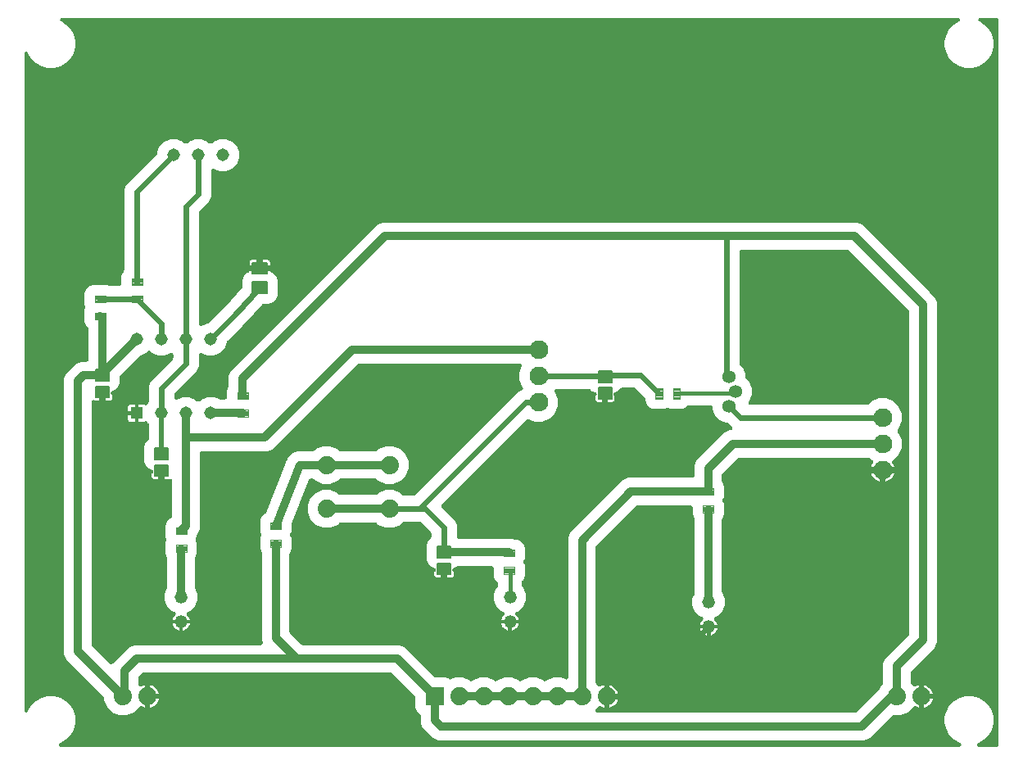
<source format=gbr>
G04 EAGLE Gerber RS-274X export*
G75*
%MOMM*%
%FSLAX34Y34*%
%LPD*%
%INBottom Copper*%
%IPPOS*%
%AMOC8*
5,1,8,0,0,1.08239X$1,22.5*%
G01*
%ADD10C,0.130000*%
%ADD11R,1.308000X1.308000*%
%ADD12C,1.308000*%
%ADD13C,1.320800*%
%ADD14C,0.104000*%
%ADD15C,1.879600*%
%ADD16C,1.930400*%
%ADD17C,1.358000*%
%ADD18R,1.879600X1.879600*%
%ADD19C,0.609600*%
%ADD20C,0.508000*%
%ADD21C,0.812800*%
%ADD22C,0.406400*%

G36*
X964594Y-1985D02*
X964594Y-1985D01*
X964732Y-1980D01*
X964792Y-1966D01*
X964853Y-1959D01*
X964986Y-1918D01*
X965120Y-1886D01*
X965176Y-1860D01*
X965235Y-1841D01*
X965357Y-1775D01*
X965482Y-1716D01*
X965531Y-1679D01*
X965586Y-1650D01*
X965691Y-1560D01*
X965803Y-1478D01*
X965844Y-1432D01*
X965891Y-1392D01*
X965977Y-1284D01*
X966069Y-1181D01*
X966101Y-1128D01*
X966139Y-1079D01*
X966202Y-956D01*
X966272Y-836D01*
X966292Y-778D01*
X966320Y-723D01*
X966357Y-590D01*
X966402Y-459D01*
X966410Y-398D01*
X966426Y-338D01*
X966436Y-200D01*
X966454Y-63D01*
X966450Y-1D01*
X966454Y60D01*
X966436Y198D01*
X966427Y336D01*
X966411Y395D01*
X966403Y456D01*
X966358Y587D01*
X966321Y721D01*
X966293Y776D01*
X966273Y834D01*
X966203Y954D01*
X966140Y1077D01*
X966102Y1125D01*
X966071Y1179D01*
X965978Y1282D01*
X965893Y1390D01*
X965845Y1430D01*
X965804Y1476D01*
X965693Y1559D01*
X965588Y1648D01*
X965533Y1678D01*
X965484Y1715D01*
X965359Y1774D01*
X965237Y1840D01*
X965163Y1866D01*
X965123Y1885D01*
X965072Y1897D01*
X964973Y1931D01*
X964888Y1954D01*
X959151Y5266D01*
X954466Y9951D01*
X951154Y15688D01*
X949439Y22087D01*
X949439Y28713D01*
X951154Y35112D01*
X954466Y40849D01*
X959151Y45534D01*
X964888Y48846D01*
X971287Y50561D01*
X977913Y50561D01*
X984312Y48846D01*
X990049Y45534D01*
X994734Y40849D01*
X998046Y35112D01*
X999761Y28713D01*
X999761Y22087D01*
X998046Y15688D01*
X994734Y9951D01*
X990049Y5266D01*
X984312Y1954D01*
X984227Y1931D01*
X984097Y1882D01*
X983965Y1841D01*
X983911Y1812D01*
X983853Y1790D01*
X983736Y1716D01*
X983614Y1650D01*
X983567Y1610D01*
X983515Y1577D01*
X983415Y1481D01*
X983309Y1392D01*
X983271Y1344D01*
X983226Y1301D01*
X983147Y1188D01*
X983061Y1079D01*
X983033Y1024D01*
X982998Y974D01*
X982943Y847D01*
X982880Y723D01*
X982864Y664D01*
X982839Y607D01*
X982810Y471D01*
X982774Y338D01*
X982769Y277D01*
X982756Y216D01*
X982755Y78D01*
X982746Y-60D01*
X982754Y-121D01*
X982753Y-183D01*
X982779Y-319D01*
X982797Y-456D01*
X982818Y-515D01*
X982829Y-575D01*
X982882Y-703D01*
X982927Y-834D01*
X982958Y-887D01*
X982982Y-944D01*
X983059Y-1059D01*
X983129Y-1179D01*
X983170Y-1225D01*
X983205Y-1276D01*
X983303Y-1373D01*
X983396Y-1476D01*
X983445Y-1513D01*
X983489Y-1556D01*
X983605Y-1632D01*
X983716Y-1715D01*
X983772Y-1741D01*
X983824Y-1775D01*
X983952Y-1826D01*
X984077Y-1885D01*
X984137Y-1900D01*
X984195Y-1922D01*
X984331Y-1947D01*
X984465Y-1980D01*
X984544Y-1985D01*
X984588Y-1993D01*
X984640Y-1992D01*
X984744Y-1999D01*
X1003300Y-1999D01*
X1003330Y-1996D01*
X1003360Y-1998D01*
X1003529Y-1976D01*
X1003697Y-1959D01*
X1003726Y-1950D01*
X1003756Y-1946D01*
X1003917Y-1891D01*
X1004079Y-1841D01*
X1004106Y-1827D01*
X1004134Y-1817D01*
X1004280Y-1731D01*
X1004429Y-1650D01*
X1004453Y-1630D01*
X1004479Y-1615D01*
X1004605Y-1502D01*
X1004735Y-1392D01*
X1004754Y-1369D01*
X1004776Y-1348D01*
X1004877Y-1212D01*
X1004983Y-1079D01*
X1004997Y-1052D01*
X1005015Y-1028D01*
X1005087Y-875D01*
X1005164Y-723D01*
X1005172Y-694D01*
X1005185Y-667D01*
X1005225Y-501D01*
X1005270Y-338D01*
X1005273Y-308D01*
X1005280Y-279D01*
X1005299Y0D01*
X1005299Y749300D01*
X1005296Y749330D01*
X1005298Y749360D01*
X1005276Y749529D01*
X1005259Y749697D01*
X1005250Y749726D01*
X1005246Y749756D01*
X1005191Y749917D01*
X1005141Y750079D01*
X1005127Y750106D01*
X1005117Y750134D01*
X1005031Y750280D01*
X1004950Y750429D01*
X1004930Y750453D01*
X1004915Y750479D01*
X1004802Y750605D01*
X1004692Y750735D01*
X1004669Y750754D01*
X1004648Y750776D01*
X1004512Y750877D01*
X1004379Y750983D01*
X1004352Y750997D01*
X1004328Y751015D01*
X1004175Y751087D01*
X1004023Y751164D01*
X1003994Y751172D01*
X1003967Y751185D01*
X1003801Y751225D01*
X1003638Y751270D01*
X1003608Y751273D01*
X1003579Y751280D01*
X1003300Y751299D01*
X986138Y751299D01*
X986062Y751292D01*
X985985Y751293D01*
X985863Y751272D01*
X985741Y751259D01*
X985667Y751237D01*
X985592Y751223D01*
X985477Y751178D01*
X985359Y751141D01*
X985292Y751104D01*
X985220Y751076D01*
X985117Y751009D01*
X985009Y750950D01*
X984950Y750900D01*
X984886Y750858D01*
X984798Y750772D01*
X984703Y750692D01*
X984656Y750632D01*
X984601Y750578D01*
X984532Y750476D01*
X984455Y750379D01*
X984420Y750311D01*
X984377Y750247D01*
X984330Y750133D01*
X984274Y750023D01*
X984254Y749949D01*
X984224Y749878D01*
X984201Y749757D01*
X984168Y749638D01*
X984162Y749561D01*
X984148Y749486D01*
X984149Y749363D01*
X984140Y749240D01*
X984150Y749164D01*
X984150Y749087D01*
X984176Y748966D01*
X984192Y748844D01*
X984217Y748771D01*
X984233Y748696D01*
X984281Y748582D01*
X984321Y748466D01*
X984360Y748400D01*
X984391Y748329D01*
X984461Y748228D01*
X984523Y748121D01*
X984575Y748064D01*
X984619Y748001D01*
X984708Y747916D01*
X984790Y747824D01*
X984852Y747778D01*
X984907Y747725D01*
X985076Y747611D01*
X985110Y747585D01*
X985122Y747580D01*
X985139Y747569D01*
X990049Y744734D01*
X994734Y740049D01*
X998046Y734312D01*
X999761Y727913D01*
X999761Y721287D01*
X998046Y714888D01*
X994734Y709151D01*
X990049Y704466D01*
X984312Y701154D01*
X977913Y699439D01*
X971287Y699439D01*
X964888Y701154D01*
X959151Y704466D01*
X954466Y709151D01*
X951154Y714888D01*
X949439Y721287D01*
X949439Y727913D01*
X951154Y734312D01*
X954466Y740049D01*
X959151Y744734D01*
X964061Y747569D01*
X964124Y747613D01*
X964191Y747650D01*
X964286Y747730D01*
X964386Y747802D01*
X964438Y747858D01*
X964497Y747908D01*
X964573Y748004D01*
X964657Y748095D01*
X964697Y748161D01*
X964745Y748221D01*
X964801Y748331D01*
X964865Y748436D01*
X964891Y748508D01*
X964926Y748577D01*
X964959Y748696D01*
X965000Y748812D01*
X965012Y748888D01*
X965032Y748962D01*
X965041Y749085D01*
X965059Y749207D01*
X965055Y749284D01*
X965060Y749360D01*
X965044Y749482D01*
X965037Y749606D01*
X965018Y749680D01*
X965008Y749756D01*
X964968Y749873D01*
X964937Y749992D01*
X964904Y750061D01*
X964879Y750134D01*
X964816Y750241D01*
X964762Y750351D01*
X964715Y750413D01*
X964677Y750479D01*
X964594Y750570D01*
X964519Y750668D01*
X964461Y750719D01*
X964410Y750776D01*
X964311Y750850D01*
X964218Y750931D01*
X964151Y750969D01*
X964090Y751015D01*
X963978Y751067D01*
X963871Y751128D01*
X963798Y751152D01*
X963728Y751185D01*
X963608Y751214D01*
X963491Y751253D01*
X963415Y751262D01*
X963340Y751280D01*
X963138Y751294D01*
X963095Y751299D01*
X963081Y751298D01*
X963062Y751299D01*
X36938Y751299D01*
X36862Y751292D01*
X36785Y751293D01*
X36663Y751272D01*
X36541Y751259D01*
X36467Y751237D01*
X36392Y751223D01*
X36277Y751178D01*
X36159Y751141D01*
X36092Y751104D01*
X36020Y751076D01*
X35917Y751009D01*
X35809Y750950D01*
X35750Y750900D01*
X35686Y750858D01*
X35598Y750772D01*
X35503Y750692D01*
X35456Y750632D01*
X35401Y750578D01*
X35332Y750476D01*
X35255Y750379D01*
X35220Y750311D01*
X35177Y750247D01*
X35130Y750133D01*
X35074Y750023D01*
X35054Y749949D01*
X35024Y749878D01*
X35001Y749757D01*
X34968Y749638D01*
X34962Y749561D01*
X34948Y749486D01*
X34949Y749363D01*
X34940Y749240D01*
X34950Y749164D01*
X34950Y749087D01*
X34976Y748966D01*
X34992Y748844D01*
X35017Y748771D01*
X35033Y748696D01*
X35081Y748582D01*
X35121Y748466D01*
X35160Y748400D01*
X35191Y748329D01*
X35261Y748228D01*
X35323Y748121D01*
X35375Y748064D01*
X35419Y748001D01*
X35508Y747916D01*
X35590Y747824D01*
X35652Y747778D01*
X35707Y747725D01*
X35876Y747611D01*
X35910Y747585D01*
X35922Y747580D01*
X35939Y747569D01*
X40849Y744734D01*
X45534Y740049D01*
X48846Y734312D01*
X50561Y727913D01*
X50561Y721287D01*
X48846Y714888D01*
X45534Y709151D01*
X40849Y704466D01*
X35112Y701154D01*
X28713Y699439D01*
X22087Y699439D01*
X15688Y701154D01*
X9951Y704466D01*
X5266Y709151D01*
X1954Y714888D01*
X1931Y714973D01*
X1882Y715103D01*
X1841Y715235D01*
X1812Y715289D01*
X1790Y715347D01*
X1716Y715464D01*
X1650Y715586D01*
X1610Y715633D01*
X1577Y715685D01*
X1481Y715785D01*
X1392Y715891D01*
X1344Y715929D01*
X1301Y715974D01*
X1188Y716053D01*
X1079Y716139D01*
X1024Y716167D01*
X974Y716202D01*
X847Y716257D01*
X723Y716320D01*
X664Y716336D01*
X607Y716361D01*
X471Y716390D01*
X338Y716426D01*
X277Y716431D01*
X216Y716444D01*
X78Y716445D01*
X-60Y716454D01*
X-121Y716446D01*
X-183Y716447D01*
X-319Y716421D01*
X-456Y716403D01*
X-515Y716382D01*
X-575Y716371D01*
X-703Y716318D01*
X-834Y716273D01*
X-887Y716242D01*
X-944Y716218D01*
X-1059Y716141D01*
X-1179Y716071D01*
X-1225Y716030D01*
X-1276Y715995D01*
X-1373Y715897D01*
X-1476Y715804D01*
X-1513Y715755D01*
X-1556Y715711D01*
X-1632Y715595D01*
X-1715Y715484D01*
X-1741Y715428D01*
X-1775Y715376D01*
X-1826Y715248D01*
X-1885Y715123D01*
X-1900Y715063D01*
X-1922Y715005D01*
X-1947Y714869D01*
X-1980Y714735D01*
X-1985Y714656D01*
X-1993Y714612D01*
X-1992Y714560D01*
X-1999Y714456D01*
X-1999Y35544D01*
X-1985Y35406D01*
X-1980Y35268D01*
X-1966Y35208D01*
X-1959Y35147D01*
X-1918Y35014D01*
X-1886Y34880D01*
X-1860Y34824D01*
X-1841Y34765D01*
X-1775Y34643D01*
X-1716Y34518D01*
X-1679Y34469D01*
X-1650Y34414D01*
X-1560Y34309D01*
X-1478Y34197D01*
X-1432Y34156D01*
X-1392Y34109D01*
X-1284Y34023D01*
X-1181Y33931D01*
X-1128Y33899D01*
X-1079Y33861D01*
X-956Y33798D01*
X-836Y33728D01*
X-778Y33708D01*
X-723Y33680D01*
X-590Y33643D01*
X-459Y33598D01*
X-398Y33590D01*
X-338Y33574D01*
X-200Y33564D01*
X-63Y33546D01*
X-1Y33550D01*
X60Y33546D01*
X198Y33564D01*
X336Y33573D01*
X395Y33589D01*
X456Y33597D01*
X587Y33642D01*
X721Y33679D01*
X776Y33707D01*
X834Y33727D01*
X954Y33797D01*
X1077Y33860D01*
X1125Y33898D01*
X1179Y33929D01*
X1282Y34022D01*
X1390Y34107D01*
X1430Y34155D01*
X1476Y34196D01*
X1559Y34307D01*
X1648Y34412D01*
X1678Y34467D01*
X1715Y34516D01*
X1774Y34641D01*
X1840Y34763D01*
X1866Y34837D01*
X1885Y34877D01*
X1897Y34928D01*
X1931Y35027D01*
X1954Y35112D01*
X5266Y40849D01*
X9951Y45534D01*
X15688Y48846D01*
X22087Y50561D01*
X28713Y50561D01*
X35112Y48846D01*
X40849Y45534D01*
X45534Y40849D01*
X48846Y35112D01*
X50561Y28713D01*
X50561Y22087D01*
X48846Y15688D01*
X45534Y9951D01*
X40849Y5266D01*
X35112Y1954D01*
X35027Y1931D01*
X34897Y1882D01*
X34765Y1841D01*
X34711Y1812D01*
X34653Y1790D01*
X34536Y1716D01*
X34414Y1650D01*
X34367Y1610D01*
X34315Y1577D01*
X34215Y1481D01*
X34109Y1392D01*
X34071Y1344D01*
X34026Y1301D01*
X33947Y1188D01*
X33861Y1079D01*
X33833Y1024D01*
X33798Y974D01*
X33743Y847D01*
X33680Y723D01*
X33664Y664D01*
X33639Y607D01*
X33610Y471D01*
X33574Y338D01*
X33569Y277D01*
X33556Y216D01*
X33555Y78D01*
X33546Y-60D01*
X33554Y-121D01*
X33553Y-183D01*
X33579Y-319D01*
X33597Y-456D01*
X33618Y-515D01*
X33629Y-575D01*
X33682Y-703D01*
X33727Y-834D01*
X33758Y-887D01*
X33782Y-944D01*
X33859Y-1059D01*
X33929Y-1179D01*
X33970Y-1225D01*
X34005Y-1276D01*
X34103Y-1373D01*
X34196Y-1476D01*
X34245Y-1513D01*
X34289Y-1556D01*
X34405Y-1632D01*
X34516Y-1715D01*
X34572Y-1741D01*
X34624Y-1775D01*
X34752Y-1826D01*
X34877Y-1885D01*
X34937Y-1900D01*
X34995Y-1922D01*
X35131Y-1947D01*
X35265Y-1980D01*
X35344Y-1985D01*
X35388Y-1993D01*
X35440Y-1992D01*
X35544Y-1999D01*
X964456Y-1999D01*
X964594Y-1985D01*
G37*
%LPC*%
G36*
X425521Y4825D02*
X425521Y4825D01*
X420292Y6991D01*
X409941Y17342D01*
X407775Y22571D01*
X407775Y30268D01*
X407771Y30305D01*
X407774Y30343D01*
X407752Y30504D01*
X407735Y30665D01*
X407724Y30701D01*
X407719Y30739D01*
X407665Y30891D01*
X407617Y31047D01*
X407599Y31080D01*
X407587Y31115D01*
X407504Y31254D01*
X407426Y31397D01*
X407401Y31426D01*
X407382Y31458D01*
X407273Y31578D01*
X407168Y31702D01*
X407139Y31726D01*
X407113Y31754D01*
X406992Y31843D01*
X403988Y34846D01*
X402441Y38581D01*
X402441Y48614D01*
X402437Y48659D01*
X402439Y48704D01*
X402417Y48857D01*
X402401Y49011D01*
X402388Y49055D01*
X402381Y49099D01*
X402329Y49245D01*
X402283Y49393D01*
X402262Y49433D01*
X402246Y49475D01*
X402166Y49607D01*
X402092Y49743D01*
X402062Y49778D01*
X402039Y49817D01*
X401856Y50027D01*
X377793Y74090D01*
X377758Y74118D01*
X377728Y74152D01*
X377604Y74244D01*
X377484Y74343D01*
X377444Y74364D01*
X377408Y74391D01*
X377268Y74457D01*
X377131Y74529D01*
X377087Y74542D01*
X377046Y74561D01*
X376896Y74598D01*
X376748Y74641D01*
X376702Y74645D01*
X376658Y74656D01*
X376380Y74675D01*
X121020Y74675D01*
X120975Y74671D01*
X120930Y74673D01*
X120777Y74651D01*
X120623Y74635D01*
X120579Y74622D01*
X120535Y74615D01*
X120389Y74563D01*
X120241Y74517D01*
X120201Y74496D01*
X120159Y74480D01*
X120027Y74400D01*
X119891Y74326D01*
X119856Y74296D01*
X119817Y74273D01*
X119607Y74090D01*
X116410Y70893D01*
X116382Y70858D01*
X116348Y70828D01*
X116256Y70704D01*
X116157Y70584D01*
X116136Y70544D01*
X116109Y70508D01*
X116043Y70368D01*
X115971Y70231D01*
X115958Y70187D01*
X115939Y70146D01*
X115902Y69996D01*
X115859Y69848D01*
X115855Y69802D01*
X115844Y69758D01*
X115825Y69480D01*
X115825Y62664D01*
X115829Y62618D01*
X115827Y62573D01*
X115849Y62420D01*
X115865Y62266D01*
X115878Y62223D01*
X115885Y62178D01*
X115937Y62032D01*
X115983Y61885D01*
X116005Y61845D01*
X116020Y61802D01*
X116100Y61670D01*
X116174Y61534D01*
X116204Y61499D01*
X116227Y61461D01*
X116410Y61250D01*
X116628Y61032D01*
X116642Y61011D01*
X116686Y60931D01*
X116755Y60847D01*
X116817Y60757D01*
X116882Y60694D01*
X116941Y60624D01*
X117026Y60555D01*
X117104Y60480D01*
X117181Y60430D01*
X117252Y60373D01*
X117348Y60323D01*
X117440Y60264D01*
X117525Y60231D01*
X117606Y60189D01*
X117711Y60160D01*
X117813Y60120D01*
X117903Y60105D01*
X117991Y60080D01*
X118099Y60071D01*
X118206Y60053D01*
X118298Y60056D01*
X118389Y60049D01*
X118497Y60062D01*
X118606Y60066D01*
X118695Y60087D01*
X118785Y60098D01*
X118888Y60132D01*
X118994Y60157D01*
X119111Y60207D01*
X119164Y60224D01*
X119196Y60243D01*
X119252Y60266D01*
X120817Y61064D01*
X122604Y61645D01*
X122861Y61685D01*
X122861Y50540D01*
X122864Y50510D01*
X122862Y50480D01*
X122884Y50311D01*
X122901Y50143D01*
X122910Y50114D01*
X122913Y50084D01*
X122943Y49997D01*
X122935Y49961D01*
X122890Y49798D01*
X122887Y49768D01*
X122880Y49738D01*
X122861Y49460D01*
X122861Y38315D01*
X122604Y38355D01*
X120817Y38936D01*
X119252Y39734D01*
X119150Y39773D01*
X119053Y39822D01*
X118964Y39845D01*
X118879Y39879D01*
X118772Y39897D01*
X118667Y39925D01*
X118576Y39931D01*
X118486Y39947D01*
X118377Y39943D01*
X118268Y39950D01*
X118178Y39938D01*
X118086Y39935D01*
X117980Y39910D01*
X117873Y39895D01*
X117786Y39865D01*
X117697Y39844D01*
X117599Y39799D01*
X117496Y39763D01*
X117417Y39716D01*
X117334Y39678D01*
X117246Y39614D01*
X117153Y39558D01*
X117085Y39496D01*
X117011Y39443D01*
X116938Y39363D01*
X116857Y39289D01*
X116803Y39215D01*
X116742Y39148D01*
X116686Y39055D01*
X116621Y38967D01*
X116615Y38955D01*
X111079Y33419D01*
X103890Y30441D01*
X96110Y30441D01*
X88921Y33419D01*
X83419Y38921D01*
X80441Y46110D01*
X80441Y48614D01*
X80437Y48659D01*
X80439Y48704D01*
X80417Y48857D01*
X80401Y49011D01*
X80388Y49055D01*
X80381Y49099D01*
X80329Y49245D01*
X80283Y49393D01*
X80262Y49433D01*
X80246Y49475D01*
X80166Y49607D01*
X80092Y49743D01*
X80062Y49778D01*
X80039Y49817D01*
X79856Y50028D01*
X45564Y84320D01*
X45563Y84320D01*
X41281Y88602D01*
X39115Y93831D01*
X39115Y378749D01*
X41281Y383978D01*
X51242Y393939D01*
X56471Y396105D01*
X62516Y396105D01*
X62546Y396108D01*
X62576Y396106D01*
X62745Y396128D01*
X62913Y396145D01*
X62942Y396154D01*
X62972Y396158D01*
X63133Y396213D01*
X63295Y396263D01*
X63322Y396277D01*
X63350Y396287D01*
X63496Y396373D01*
X63645Y396454D01*
X63669Y396474D01*
X63695Y396489D01*
X63821Y396602D01*
X63951Y396712D01*
X63970Y396735D01*
X63992Y396756D01*
X64093Y396892D01*
X64199Y397025D01*
X64213Y397052D01*
X64231Y397076D01*
X64303Y397229D01*
X64380Y397381D01*
X64388Y397410D01*
X64401Y397437D01*
X64441Y397603D01*
X64486Y397766D01*
X64489Y397796D01*
X64496Y397825D01*
X64515Y398104D01*
X64515Y429912D01*
X64511Y429957D01*
X64513Y430002D01*
X64491Y430155D01*
X64475Y430309D01*
X64462Y430352D01*
X64455Y430397D01*
X64403Y430543D01*
X64357Y430691D01*
X64336Y430731D01*
X64320Y430773D01*
X64240Y430905D01*
X64166Y431041D01*
X64136Y431076D01*
X64113Y431115D01*
X63930Y431325D01*
X61665Y433590D01*
X60039Y437515D01*
X60039Y448725D01*
X61129Y451355D01*
X61142Y451398D01*
X61162Y451439D01*
X61199Y451589D01*
X61244Y451737D01*
X61248Y451783D01*
X61259Y451827D01*
X61267Y451981D01*
X61281Y452135D01*
X61276Y452180D01*
X61278Y452226D01*
X61255Y452378D01*
X61238Y452532D01*
X61224Y452575D01*
X61217Y452620D01*
X61129Y452885D01*
X60039Y455515D01*
X60039Y466725D01*
X61665Y470650D01*
X64670Y473655D01*
X68595Y475281D01*
X83805Y475281D01*
X85735Y474481D01*
X85786Y474466D01*
X85834Y474443D01*
X85977Y474408D01*
X86118Y474366D01*
X86171Y474361D01*
X86222Y474348D01*
X86501Y474329D01*
X96140Y474329D01*
X96170Y474332D01*
X96200Y474330D01*
X96369Y474352D01*
X96537Y474369D01*
X96566Y474378D01*
X96596Y474382D01*
X96757Y474437D01*
X96919Y474487D01*
X96946Y474501D01*
X96974Y474511D01*
X97120Y474597D01*
X97269Y474678D01*
X97293Y474698D01*
X97319Y474713D01*
X97445Y474826D01*
X97575Y474936D01*
X97594Y474959D01*
X97616Y474980D01*
X97717Y475116D01*
X97823Y475249D01*
X97837Y475276D01*
X97855Y475300D01*
X97927Y475453D01*
X98004Y475605D01*
X98012Y475634D01*
X98025Y475661D01*
X98065Y475827D01*
X98110Y475990D01*
X98113Y476020D01*
X98120Y476049D01*
X98139Y476328D01*
X98139Y484505D01*
X99765Y488430D01*
X100506Y489170D01*
X100534Y489206D01*
X100568Y489236D01*
X100661Y489360D01*
X100758Y489480D01*
X100780Y489520D01*
X100807Y489556D01*
X100873Y489696D01*
X100945Y489833D01*
X100958Y489877D01*
X100977Y489918D01*
X101014Y490068D01*
X101057Y490216D01*
X101061Y490262D01*
X101072Y490306D01*
X101091Y490584D01*
X101091Y574127D01*
X103102Y578982D01*
X135114Y610994D01*
X135142Y611029D01*
X135176Y611059D01*
X135268Y611183D01*
X135367Y611303D01*
X135388Y611343D01*
X135415Y611379D01*
X135481Y611519D01*
X135553Y611656D01*
X135566Y611700D01*
X135585Y611741D01*
X135622Y611891D01*
X135665Y612040D01*
X135669Y612085D01*
X135680Y612129D01*
X135699Y612407D01*
X135699Y612922D01*
X138242Y619060D01*
X142940Y623758D01*
X149078Y626301D01*
X155722Y626301D01*
X161860Y623758D01*
X163686Y621932D01*
X163710Y621913D01*
X163730Y621890D01*
X163864Y621787D01*
X163996Y621679D01*
X164022Y621665D01*
X164046Y621647D01*
X164199Y621572D01*
X164349Y621493D01*
X164378Y621484D01*
X164405Y621471D01*
X164569Y621428D01*
X164732Y621381D01*
X164762Y621378D01*
X164792Y621370D01*
X164960Y621361D01*
X165130Y621347D01*
X165160Y621350D01*
X165190Y621349D01*
X165358Y621373D01*
X165527Y621393D01*
X165556Y621402D01*
X165586Y621406D01*
X165746Y621464D01*
X165907Y621516D01*
X165933Y621531D01*
X165961Y621542D01*
X166106Y621630D01*
X166254Y621713D01*
X166277Y621733D01*
X166303Y621749D01*
X166514Y621932D01*
X168340Y623758D01*
X174478Y626301D01*
X181122Y626301D01*
X187260Y623758D01*
X189086Y621932D01*
X189110Y621913D01*
X189130Y621890D01*
X189264Y621787D01*
X189396Y621679D01*
X189422Y621665D01*
X189446Y621647D01*
X189599Y621572D01*
X189749Y621493D01*
X189778Y621484D01*
X189805Y621471D01*
X189969Y621428D01*
X190132Y621381D01*
X190162Y621378D01*
X190192Y621370D01*
X190360Y621361D01*
X190530Y621347D01*
X190560Y621350D01*
X190590Y621349D01*
X190758Y621373D01*
X190927Y621393D01*
X190956Y621402D01*
X190986Y621406D01*
X191146Y621464D01*
X191307Y621516D01*
X191333Y621531D01*
X191361Y621542D01*
X191506Y621630D01*
X191654Y621713D01*
X191677Y621733D01*
X191703Y621749D01*
X191914Y621932D01*
X193740Y623758D01*
X199878Y626301D01*
X206522Y626301D01*
X212660Y623758D01*
X217358Y619060D01*
X219901Y612922D01*
X219901Y606278D01*
X217358Y600140D01*
X212660Y595442D01*
X206522Y592899D01*
X199878Y592899D01*
X193773Y595428D01*
X193751Y595435D01*
X193731Y595445D01*
X193560Y595492D01*
X193391Y595543D01*
X193368Y595545D01*
X193346Y595551D01*
X193169Y595564D01*
X192993Y595580D01*
X192970Y595578D01*
X192948Y595579D01*
X192772Y595556D01*
X192596Y595537D01*
X192574Y595530D01*
X192552Y595527D01*
X192384Y595470D01*
X192215Y595416D01*
X192195Y595405D01*
X192174Y595398D01*
X192021Y595308D01*
X191866Y595222D01*
X191849Y595207D01*
X191829Y595196D01*
X191698Y595078D01*
X191563Y594962D01*
X191549Y594944D01*
X191532Y594929D01*
X191426Y594788D01*
X191317Y594647D01*
X191307Y594627D01*
X191293Y594609D01*
X191218Y594449D01*
X191139Y594290D01*
X191133Y594268D01*
X191123Y594248D01*
X191081Y594076D01*
X191035Y593904D01*
X191034Y593882D01*
X191028Y593860D01*
X191009Y593581D01*
X191009Y566333D01*
X188998Y561478D01*
X178894Y551374D01*
X178866Y551339D01*
X178832Y551309D01*
X178740Y551185D01*
X178641Y551065D01*
X178620Y551025D01*
X178593Y550989D01*
X178527Y550849D01*
X178455Y550712D01*
X178442Y550668D01*
X178423Y550627D01*
X178386Y550477D01*
X178343Y550328D01*
X178339Y550283D01*
X178328Y550239D01*
X178309Y549961D01*
X178309Y435119D01*
X178311Y435097D01*
X178309Y435074D01*
X178331Y434898D01*
X178349Y434722D01*
X178355Y434700D01*
X178358Y434677D01*
X178414Y434510D01*
X178467Y434340D01*
X178478Y434320D01*
X178485Y434299D01*
X178573Y434145D01*
X178658Y433990D01*
X178673Y433972D01*
X178684Y433953D01*
X178801Y433820D01*
X178916Y433684D01*
X178934Y433670D01*
X178949Y433653D01*
X179089Y433547D01*
X179229Y433436D01*
X179249Y433426D01*
X179267Y433412D01*
X179426Y433336D01*
X179585Y433255D01*
X179607Y433249D01*
X179627Y433239D01*
X179799Y433196D01*
X179970Y433149D01*
X179992Y433147D01*
X180015Y433141D01*
X180192Y433133D01*
X180368Y433121D01*
X180391Y433124D01*
X180413Y433123D01*
X180589Y433150D01*
X180764Y433173D01*
X180786Y433180D01*
X180808Y433183D01*
X181073Y433272D01*
X187178Y435801D01*
X187693Y435801D01*
X187738Y435805D01*
X187783Y435803D01*
X187936Y435825D01*
X188090Y435841D01*
X188133Y435854D01*
X188178Y435861D01*
X188324Y435913D01*
X188472Y435959D01*
X188511Y435980D01*
X188554Y435996D01*
X188686Y436076D01*
X188822Y436150D01*
X188857Y436180D01*
X188896Y436203D01*
X189106Y436386D01*
X206289Y453569D01*
X206313Y453598D01*
X206358Y453642D01*
X222623Y471636D01*
X222739Y471793D01*
X222855Y471948D01*
X222857Y471953D01*
X222860Y471957D01*
X222941Y472132D01*
X223025Y472310D01*
X223026Y472315D01*
X223028Y472320D01*
X223073Y472507D01*
X223120Y472698D01*
X223120Y472704D01*
X223121Y472708D01*
X223122Y472727D01*
X223139Y472976D01*
X223139Y480600D01*
X224785Y484574D01*
X227826Y487615D01*
X229525Y488319D01*
X229558Y488336D01*
X229594Y488349D01*
X229734Y488431D01*
X229877Y488508D01*
X229906Y488532D01*
X229939Y488551D01*
X230060Y488659D01*
X230184Y488763D01*
X230208Y488792D01*
X230236Y488817D01*
X230333Y488947D01*
X230435Y489074D01*
X230452Y489107D01*
X230475Y489138D01*
X230544Y489284D01*
X230578Y489351D01*
X240050Y489351D01*
X240080Y489354D01*
X240110Y489352D01*
X240279Y489374D01*
X240447Y489391D01*
X240476Y489400D01*
X240506Y489403D01*
X240667Y489458D01*
X240829Y489509D01*
X240855Y489523D01*
X240884Y489533D01*
X241030Y489619D01*
X241179Y489700D01*
X241202Y489720D01*
X241229Y489735D01*
X241301Y489800D01*
X241338Y489773D01*
X241471Y489667D01*
X241498Y489653D01*
X241522Y489635D01*
X241676Y489563D01*
X241827Y489486D01*
X241856Y489478D01*
X241884Y489465D01*
X242049Y489425D01*
X242212Y489380D01*
X242242Y489377D01*
X242272Y489370D01*
X242550Y489351D01*
X252018Y489351D01*
X252029Y489318D01*
X252112Y489179D01*
X252190Y489036D01*
X252215Y489007D01*
X252234Y488975D01*
X252343Y488855D01*
X252448Y488731D01*
X252477Y488707D01*
X252503Y488679D01*
X252633Y488584D01*
X252761Y488483D01*
X252795Y488466D01*
X252825Y488443D01*
X253075Y488319D01*
X254774Y487615D01*
X257815Y484574D01*
X259461Y480600D01*
X259461Y464600D01*
X257815Y460626D01*
X254774Y457585D01*
X250800Y455939D01*
X244933Y455939D01*
X244838Y455930D01*
X244742Y455930D01*
X244640Y455910D01*
X244536Y455899D01*
X244444Y455871D01*
X244350Y455852D01*
X244254Y455812D01*
X244154Y455781D01*
X244070Y455735D01*
X243982Y455698D01*
X243895Y455640D01*
X243804Y455590D01*
X243730Y455528D01*
X243651Y455474D01*
X243541Y455369D01*
X243498Y455332D01*
X243481Y455311D01*
X243450Y455281D01*
X227461Y437593D01*
X227460Y437591D01*
X227458Y437589D01*
X227341Y437429D01*
X227224Y437271D01*
X227223Y437269D01*
X227222Y437267D01*
X227098Y437018D01*
X225511Y435431D01*
X225487Y435402D01*
X225442Y435358D01*
X223937Y433693D01*
X223936Y433693D01*
X223934Y433692D01*
X223766Y433590D01*
X223596Y433488D01*
X223594Y433486D01*
X223592Y433485D01*
X223381Y433302D01*
X207786Y417706D01*
X207758Y417671D01*
X207724Y417641D01*
X207632Y417517D01*
X207533Y417397D01*
X207512Y417357D01*
X207485Y417321D01*
X207419Y417181D01*
X207347Y417044D01*
X207334Y417000D01*
X207315Y416959D01*
X207278Y416809D01*
X207235Y416660D01*
X207231Y416615D01*
X207220Y416571D01*
X207201Y416293D01*
X207201Y415778D01*
X204658Y409640D01*
X199960Y404942D01*
X193822Y402399D01*
X187178Y402399D01*
X181073Y404928D01*
X181051Y404935D01*
X181031Y404945D01*
X180860Y404992D01*
X180691Y405043D01*
X180668Y405045D01*
X180646Y405051D01*
X180469Y405064D01*
X180293Y405080D01*
X180270Y405078D01*
X180248Y405079D01*
X180071Y405056D01*
X179896Y405037D01*
X179874Y405030D01*
X179852Y405027D01*
X179684Y404970D01*
X179515Y404916D01*
X179495Y404905D01*
X179474Y404898D01*
X179321Y404808D01*
X179166Y404722D01*
X179149Y404707D01*
X179129Y404696D01*
X178997Y404578D01*
X178863Y404462D01*
X178849Y404444D01*
X178832Y404429D01*
X178726Y404288D01*
X178617Y404147D01*
X178607Y404127D01*
X178593Y404109D01*
X178518Y403949D01*
X178439Y403790D01*
X178433Y403768D01*
X178423Y403747D01*
X178381Y403575D01*
X178335Y403404D01*
X178334Y403382D01*
X178328Y403359D01*
X178309Y403081D01*
X178309Y391073D01*
X176298Y386218D01*
X153494Y363414D01*
X153466Y363379D01*
X153432Y363349D01*
X153340Y363225D01*
X153241Y363105D01*
X153220Y363065D01*
X153193Y363029D01*
X153127Y362889D01*
X153055Y362752D01*
X153042Y362708D01*
X153023Y362667D01*
X152986Y362517D01*
X152943Y362368D01*
X152939Y362323D01*
X152928Y362279D01*
X152909Y362001D01*
X152909Y358919D01*
X152911Y358897D01*
X152909Y358874D01*
X152931Y358698D01*
X152949Y358522D01*
X152955Y358500D01*
X152958Y358477D01*
X153014Y358310D01*
X153067Y358140D01*
X153078Y358120D01*
X153085Y358099D01*
X153173Y357945D01*
X153258Y357790D01*
X153273Y357772D01*
X153284Y357753D01*
X153401Y357620D01*
X153516Y357484D01*
X153534Y357470D01*
X153549Y357453D01*
X153689Y357347D01*
X153829Y357236D01*
X153849Y357226D01*
X153867Y357212D01*
X154026Y357136D01*
X154185Y357055D01*
X154207Y357049D01*
X154227Y357039D01*
X154399Y356996D01*
X154570Y356949D01*
X154592Y356947D01*
X154615Y356941D01*
X154792Y356933D01*
X154968Y356921D01*
X154991Y356924D01*
X155013Y356923D01*
X155189Y356950D01*
X155364Y356973D01*
X155386Y356980D01*
X155408Y356983D01*
X155673Y357072D01*
X161778Y359601D01*
X168422Y359601D01*
X174560Y357058D01*
X176386Y355232D01*
X176410Y355213D01*
X176430Y355190D01*
X176564Y355087D01*
X176696Y354979D01*
X176722Y354965D01*
X176746Y354947D01*
X176899Y354872D01*
X177049Y354793D01*
X177078Y354784D01*
X177105Y354771D01*
X177269Y354728D01*
X177432Y354681D01*
X177462Y354678D01*
X177492Y354670D01*
X177660Y354661D01*
X177830Y354647D01*
X177860Y354650D01*
X177890Y354649D01*
X178058Y354673D01*
X178227Y354693D01*
X178256Y354702D01*
X178286Y354706D01*
X178446Y354764D01*
X178607Y354816D01*
X178633Y354831D01*
X178661Y354842D01*
X178806Y354930D01*
X178954Y355013D01*
X178977Y355033D01*
X179003Y355049D01*
X179214Y355232D01*
X181040Y357058D01*
X187178Y359601D01*
X193822Y359601D01*
X199432Y357277D01*
X199483Y357262D01*
X199531Y357239D01*
X199674Y357204D01*
X199815Y357162D01*
X199867Y357157D01*
X199919Y357144D01*
X200197Y357125D01*
X205360Y357125D01*
X205390Y357128D01*
X205420Y357126D01*
X205589Y357148D01*
X205757Y357165D01*
X205786Y357174D01*
X205816Y357177D01*
X205977Y357233D01*
X206139Y357283D01*
X206166Y357297D01*
X206194Y357307D01*
X206341Y357393D01*
X206489Y357474D01*
X206513Y357494D01*
X206539Y357509D01*
X206665Y357622D01*
X206795Y357732D01*
X206814Y357755D01*
X206836Y357776D01*
X206937Y357911D01*
X207043Y358045D01*
X207057Y358072D01*
X207075Y358096D01*
X207147Y358249D01*
X207224Y358401D01*
X207232Y358430D01*
X207245Y358457D01*
X207285Y358622D01*
X207330Y358786D01*
X207333Y358816D01*
X207340Y358845D01*
X207359Y359124D01*
X207359Y366395D01*
X209132Y370674D01*
X209147Y370702D01*
X209160Y370748D01*
X209181Y370792D01*
X209217Y370939D01*
X209260Y371085D01*
X209264Y371133D01*
X209276Y371180D01*
X209295Y371458D01*
X209295Y381289D01*
X211461Y386518D01*
X362782Y537839D01*
X368011Y540005D01*
X858809Y540005D01*
X864038Y537839D01*
X868320Y533556D01*
X934876Y467000D01*
X934877Y467000D01*
X939159Y462718D01*
X941325Y457489D01*
X941325Y105808D01*
X939159Y100579D01*
X934877Y96297D01*
X934876Y96297D01*
X914810Y76231D01*
X914782Y76195D01*
X914748Y76165D01*
X914656Y76041D01*
X914557Y75921D01*
X914536Y75881D01*
X914509Y75845D01*
X914443Y75705D01*
X914371Y75568D01*
X914358Y75525D01*
X914339Y75483D01*
X914302Y75333D01*
X914259Y75185D01*
X914255Y75140D01*
X914244Y75095D01*
X914225Y74817D01*
X914225Y64264D01*
X914229Y64218D01*
X914227Y64173D01*
X914249Y64020D01*
X914265Y63866D01*
X914278Y63823D01*
X914285Y63778D01*
X914337Y63632D01*
X914383Y63485D01*
X914404Y63445D01*
X914420Y63402D01*
X914500Y63270D01*
X914574Y63134D01*
X914604Y63099D01*
X914627Y63061D01*
X914810Y62850D01*
X916628Y61032D01*
X916642Y61011D01*
X916686Y60931D01*
X916755Y60847D01*
X916817Y60757D01*
X916882Y60694D01*
X916941Y60624D01*
X917026Y60555D01*
X917104Y60480D01*
X917181Y60430D01*
X917252Y60373D01*
X917348Y60323D01*
X917440Y60264D01*
X917525Y60231D01*
X917606Y60189D01*
X917711Y60160D01*
X917813Y60120D01*
X917903Y60105D01*
X917991Y60080D01*
X918099Y60071D01*
X918206Y60053D01*
X918298Y60056D01*
X918389Y60049D01*
X918497Y60062D01*
X918606Y60066D01*
X918695Y60087D01*
X918785Y60098D01*
X918888Y60132D01*
X918994Y60157D01*
X919111Y60207D01*
X919164Y60224D01*
X919196Y60243D01*
X919252Y60266D01*
X920817Y61064D01*
X922604Y61645D01*
X922861Y61685D01*
X922861Y50540D01*
X922864Y50510D01*
X922862Y50480D01*
X922884Y50311D01*
X922901Y50143D01*
X922910Y50114D01*
X922913Y50084D01*
X922943Y49997D01*
X922935Y49961D01*
X922890Y49798D01*
X922887Y49768D01*
X922880Y49738D01*
X922861Y49460D01*
X922861Y38315D01*
X922604Y38355D01*
X920817Y38936D01*
X919252Y39734D01*
X919150Y39773D01*
X919053Y39822D01*
X918964Y39845D01*
X918879Y39879D01*
X918772Y39897D01*
X918667Y39925D01*
X918576Y39931D01*
X918486Y39947D01*
X918377Y39943D01*
X918268Y39950D01*
X918178Y39938D01*
X918086Y39935D01*
X917980Y39910D01*
X917873Y39895D01*
X917786Y39865D01*
X917697Y39844D01*
X917599Y39799D01*
X917496Y39763D01*
X917417Y39716D01*
X917334Y39678D01*
X917246Y39614D01*
X917153Y39558D01*
X917085Y39496D01*
X917011Y39443D01*
X916938Y39363D01*
X916857Y39289D01*
X916803Y39215D01*
X916742Y39148D01*
X916686Y39055D01*
X916621Y38967D01*
X916615Y38955D01*
X911079Y33419D01*
X903890Y30441D01*
X895936Y30441D01*
X895891Y30437D01*
X895846Y30439D01*
X895693Y30417D01*
X895539Y30401D01*
X895495Y30388D01*
X895451Y30381D01*
X895305Y30329D01*
X895157Y30283D01*
X895117Y30262D01*
X895075Y30246D01*
X894943Y30166D01*
X894807Y30092D01*
X894772Y30062D01*
X894733Y30039D01*
X894523Y29856D01*
X871658Y6991D01*
X866429Y4825D01*
X425521Y4825D01*
G37*
%LPD*%
G36*
X536360Y65792D02*
X536360Y65792D01*
X536390Y65790D01*
X536558Y65815D01*
X536727Y65834D01*
X536756Y65844D01*
X536786Y65848D01*
X536945Y65906D01*
X537107Y65958D01*
X537133Y65973D01*
X537161Y65983D01*
X537306Y66071D01*
X537454Y66155D01*
X537477Y66175D01*
X537503Y66191D01*
X537714Y66374D01*
X537921Y66581D01*
X545110Y69559D01*
X552890Y69559D01*
X557411Y67686D01*
X557433Y67680D01*
X557453Y67669D01*
X557624Y67622D01*
X557793Y67571D01*
X557816Y67569D01*
X557838Y67563D01*
X558015Y67551D01*
X558191Y67534D01*
X558214Y67537D01*
X558236Y67535D01*
X558412Y67558D01*
X558588Y67577D01*
X558610Y67584D01*
X558632Y67587D01*
X558800Y67644D01*
X558969Y67698D01*
X558989Y67709D01*
X559010Y67716D01*
X559163Y67806D01*
X559318Y67892D01*
X559335Y67907D01*
X559355Y67919D01*
X559486Y68036D01*
X559621Y68152D01*
X559635Y68170D01*
X559652Y68185D01*
X559758Y68327D01*
X559867Y68467D01*
X559877Y68487D01*
X559891Y68505D01*
X559966Y68665D01*
X560045Y68824D01*
X560051Y68846D01*
X560061Y68867D01*
X560103Y69039D01*
X560149Y69210D01*
X560150Y69233D01*
X560156Y69255D01*
X560175Y69533D01*
X560175Y214009D01*
X562341Y219238D01*
X616892Y273789D01*
X622121Y275955D01*
X688626Y275955D01*
X688656Y275958D01*
X688686Y275956D01*
X688855Y275978D01*
X689023Y275995D01*
X689052Y276004D01*
X689082Y276008D01*
X689243Y276063D01*
X689405Y276113D01*
X689432Y276127D01*
X689460Y276137D01*
X689606Y276223D01*
X689755Y276304D01*
X689779Y276324D01*
X689805Y276339D01*
X689931Y276452D01*
X690061Y276562D01*
X690080Y276585D01*
X690102Y276606D01*
X690203Y276742D01*
X690309Y276875D01*
X690323Y276902D01*
X690341Y276926D01*
X690413Y277079D01*
X690490Y277231D01*
X690498Y277260D01*
X690511Y277287D01*
X690551Y277453D01*
X690596Y277616D01*
X690599Y277646D01*
X690606Y277675D01*
X690625Y277954D01*
X690625Y288579D01*
X692791Y293808D01*
X722192Y323209D01*
X727421Y325375D01*
X727929Y325375D01*
X727944Y325376D01*
X727959Y325375D01*
X728143Y325396D01*
X728326Y325415D01*
X728341Y325419D01*
X728356Y325421D01*
X728531Y325478D01*
X728708Y325533D01*
X728721Y325540D01*
X728735Y325545D01*
X728895Y325635D01*
X729058Y325724D01*
X729070Y325734D01*
X729083Y325742D01*
X729222Y325862D01*
X729364Y325982D01*
X729373Y325994D01*
X729384Y326004D01*
X729497Y326150D01*
X729612Y326295D01*
X729619Y326308D01*
X729628Y326320D01*
X729708Y326485D01*
X729793Y326651D01*
X729797Y326666D01*
X729803Y326679D01*
X729850Y326858D01*
X729899Y327036D01*
X729900Y327051D01*
X729904Y327066D01*
X729914Y327249D01*
X729927Y327434D01*
X729925Y327449D01*
X729926Y327464D01*
X729899Y327647D01*
X729875Y327830D01*
X729870Y327845D01*
X729868Y327860D01*
X729805Y328034D01*
X729746Y328208D01*
X729738Y328221D01*
X729733Y328235D01*
X729637Y328393D01*
X729544Y328553D01*
X729533Y328564D01*
X729526Y328577D01*
X729342Y328788D01*
X727003Y331127D01*
X725356Y332774D01*
X725321Y332802D01*
X725291Y332836D01*
X725167Y332928D01*
X725047Y333027D01*
X725007Y333048D01*
X724971Y333075D01*
X724831Y333141D01*
X724694Y333213D01*
X724650Y333226D01*
X724609Y333245D01*
X724459Y333282D01*
X724310Y333325D01*
X724265Y333329D01*
X724221Y333340D01*
X723943Y333359D01*
X723128Y333359D01*
X716898Y335940D01*
X712130Y340708D01*
X709549Y346938D01*
X709549Y349028D01*
X709546Y349058D01*
X709548Y349088D01*
X709526Y349256D01*
X709509Y349425D01*
X709500Y349454D01*
X709496Y349484D01*
X709441Y349645D01*
X709391Y349807D01*
X709377Y349834D01*
X709367Y349862D01*
X709281Y350008D01*
X709200Y350157D01*
X709180Y350181D01*
X709165Y350207D01*
X709052Y350333D01*
X708942Y350463D01*
X708919Y350482D01*
X708898Y350504D01*
X708762Y350605D01*
X708629Y350711D01*
X708602Y350725D01*
X708578Y350743D01*
X708425Y350815D01*
X708273Y350892D01*
X708244Y350900D01*
X708217Y350913D01*
X708051Y350953D01*
X707888Y350998D01*
X707858Y351001D01*
X707829Y351008D01*
X707550Y351027D01*
X684640Y351027D01*
X684595Y351023D01*
X684550Y351025D01*
X684397Y351003D01*
X684243Y350987D01*
X684200Y350974D01*
X684155Y350967D01*
X684009Y350915D01*
X683861Y350869D01*
X683821Y350848D01*
X683779Y350832D01*
X683647Y350752D01*
X683511Y350678D01*
X683476Y350648D01*
X683437Y350625D01*
X683227Y350442D01*
X681470Y348685D01*
X677545Y347059D01*
X666335Y347059D01*
X663705Y348149D01*
X663662Y348162D01*
X663621Y348182D01*
X663471Y348219D01*
X663323Y348264D01*
X663278Y348268D01*
X663233Y348279D01*
X663079Y348287D01*
X662925Y348301D01*
X662880Y348296D01*
X662834Y348298D01*
X662681Y348275D01*
X662528Y348258D01*
X662485Y348244D01*
X662440Y348237D01*
X662175Y348149D01*
X659545Y347059D01*
X648335Y347059D01*
X644410Y348685D01*
X641405Y351690D01*
X639779Y355615D01*
X639779Y357873D01*
X639777Y357900D01*
X639778Y357926D01*
X639776Y357943D01*
X639777Y357963D01*
X639755Y358116D01*
X639739Y358270D01*
X639729Y358304D01*
X639726Y358322D01*
X639723Y358331D01*
X639719Y358358D01*
X639667Y358504D01*
X639621Y358652D01*
X639600Y358690D01*
X639597Y358700D01*
X639596Y358702D01*
X639584Y358734D01*
X639504Y358866D01*
X639430Y359002D01*
X639400Y359037D01*
X639377Y359076D01*
X639194Y359286D01*
X630004Y368476D01*
X629969Y368504D01*
X629939Y368538D01*
X629815Y368630D01*
X629695Y368729D01*
X629655Y368750D01*
X629619Y368777D01*
X629479Y368843D01*
X629342Y368915D01*
X629298Y368928D01*
X629257Y368947D01*
X629107Y368984D01*
X628958Y369027D01*
X628913Y369031D01*
X628869Y369042D01*
X628591Y369061D01*
X615438Y369061D01*
X615393Y369057D01*
X615348Y369059D01*
X615195Y369037D01*
X615041Y369021D01*
X614997Y369008D01*
X614952Y369001D01*
X614807Y368949D01*
X614659Y368903D01*
X614619Y368882D01*
X614577Y368866D01*
X614445Y368786D01*
X614309Y368712D01*
X614274Y368682D01*
X614235Y368659D01*
X614024Y368476D01*
X611144Y365595D01*
X607793Y364207D01*
X607786Y364203D01*
X607779Y364201D01*
X607608Y364108D01*
X607441Y364018D01*
X607435Y364013D01*
X607428Y364010D01*
X607281Y363885D01*
X607133Y363763D01*
X607129Y363757D01*
X607123Y363752D01*
X607002Y363600D01*
X606883Y363452D01*
X606879Y363445D01*
X606875Y363439D01*
X606788Y363269D01*
X606699Y363097D01*
X606697Y363090D01*
X606694Y363083D01*
X606643Y362900D01*
X606590Y362713D01*
X606589Y362705D01*
X606587Y362698D01*
X606574Y362508D01*
X606559Y362315D01*
X606560Y362307D01*
X606559Y362300D01*
X606584Y362109D01*
X606608Y361918D01*
X606610Y361911D01*
X606611Y361904D01*
X606674Y361721D01*
X606735Y361540D01*
X606738Y361533D01*
X606741Y361526D01*
X606838Y361360D01*
X606934Y361193D01*
X606939Y361188D01*
X606943Y361181D01*
X607072Y361038D01*
X607198Y360894D01*
X607204Y360889D01*
X607209Y360884D01*
X607363Y360769D01*
X607517Y360653D01*
X607524Y360650D01*
X607530Y360645D01*
X607704Y360563D01*
X607877Y360480D01*
X607884Y360478D01*
X607891Y360475D01*
X608078Y360429D01*
X608211Y360396D01*
X608211Y357340D01*
X607993Y356528D01*
X607573Y355801D01*
X606979Y355207D01*
X606252Y354787D01*
X605440Y354569D01*
X601419Y354569D01*
X601419Y361950D01*
X601416Y361980D01*
X601418Y362010D01*
X601396Y362179D01*
X601379Y362347D01*
X601370Y362376D01*
X601366Y362406D01*
X601311Y362567D01*
X601261Y362729D01*
X601247Y362756D01*
X601237Y362784D01*
X601151Y362930D01*
X601070Y363079D01*
X601050Y363103D01*
X601035Y363129D01*
X600922Y363255D01*
X600812Y363385D01*
X600789Y363404D01*
X600768Y363426D01*
X600632Y363527D01*
X600499Y363633D01*
X600472Y363647D01*
X600448Y363665D01*
X600295Y363737D01*
X600143Y363814D01*
X600114Y363822D01*
X600087Y363835D01*
X599921Y363875D01*
X599758Y363920D01*
X599728Y363923D01*
X599699Y363930D01*
X599420Y363949D01*
X596920Y363949D01*
X596890Y363946D01*
X596860Y363948D01*
X596691Y363926D01*
X596523Y363909D01*
X596494Y363900D01*
X596464Y363896D01*
X596303Y363841D01*
X596141Y363791D01*
X596114Y363777D01*
X596086Y363767D01*
X595940Y363681D01*
X595790Y363600D01*
X595767Y363580D01*
X595741Y363565D01*
X595615Y363452D01*
X595485Y363342D01*
X595466Y363319D01*
X595444Y363298D01*
X595343Y363162D01*
X595237Y363029D01*
X595223Y363002D01*
X595205Y362978D01*
X595133Y362825D01*
X595056Y362673D01*
X595048Y362644D01*
X595035Y362617D01*
X594995Y362451D01*
X594950Y362288D01*
X594947Y362258D01*
X594940Y362229D01*
X594921Y361950D01*
X594921Y354569D01*
X590900Y354569D01*
X590088Y354787D01*
X589361Y355207D01*
X588767Y355801D01*
X588347Y356528D01*
X588129Y357340D01*
X588129Y360396D01*
X588180Y360401D01*
X588187Y360403D01*
X588195Y360404D01*
X588377Y360462D01*
X588561Y360519D01*
X588568Y360522D01*
X588575Y360525D01*
X588741Y360617D01*
X588912Y360710D01*
X588918Y360715D01*
X588924Y360719D01*
X589069Y360843D01*
X589217Y360968D01*
X589222Y360974D01*
X589228Y360979D01*
X589345Y361129D01*
X589465Y361281D01*
X589469Y361288D01*
X589473Y361294D01*
X589559Y361465D01*
X589646Y361637D01*
X589648Y361644D01*
X589652Y361651D01*
X589702Y361837D01*
X589753Y362022D01*
X589753Y362029D01*
X589755Y362037D01*
X589767Y362228D01*
X589781Y362420D01*
X589780Y362428D01*
X589780Y362435D01*
X589754Y362625D01*
X589729Y362816D01*
X589726Y362823D01*
X589725Y362831D01*
X589661Y363013D01*
X589599Y363194D01*
X589595Y363201D01*
X589593Y363208D01*
X589494Y363373D01*
X589397Y363539D01*
X589392Y363544D01*
X589388Y363551D01*
X589258Y363694D01*
X589131Y363836D01*
X589125Y363841D01*
X589119Y363846D01*
X588963Y363961D01*
X588810Y364075D01*
X588803Y364078D01*
X588797Y364082D01*
X588547Y364207D01*
X585196Y365595D01*
X583586Y367206D01*
X583551Y367234D01*
X583520Y367268D01*
X583396Y367361D01*
X583276Y367458D01*
X583236Y367480D01*
X583200Y367507D01*
X583060Y367573D01*
X582923Y367645D01*
X582880Y367658D01*
X582838Y367677D01*
X582688Y367714D01*
X582540Y367757D01*
X582495Y367761D01*
X582450Y367772D01*
X582172Y367791D01*
X548241Y367791D01*
X548218Y367789D01*
X548196Y367791D01*
X548020Y367769D01*
X547844Y367751D01*
X547822Y367745D01*
X547799Y367742D01*
X547631Y367686D01*
X547462Y367633D01*
X547442Y367622D01*
X547420Y367615D01*
X547267Y367527D01*
X547111Y367442D01*
X547094Y367427D01*
X547074Y367416D01*
X546942Y367298D01*
X546806Y367184D01*
X546792Y367166D01*
X546775Y367151D01*
X546668Y367010D01*
X546558Y366871D01*
X546548Y366851D01*
X546534Y366833D01*
X546457Y366673D01*
X546377Y366515D01*
X546371Y366493D01*
X546361Y366473D01*
X546318Y366301D01*
X546271Y366130D01*
X546269Y366108D01*
X546263Y366085D01*
X546255Y365908D01*
X546243Y365732D01*
X546246Y365709D01*
X546244Y365686D01*
X546272Y365511D01*
X546294Y365336D01*
X546302Y365314D01*
X546305Y365292D01*
X546394Y365027D01*
X549403Y357763D01*
X549403Y349881D01*
X546386Y342599D01*
X540813Y337026D01*
X533531Y334009D01*
X525649Y334009D01*
X519350Y336618D01*
X519314Y336629D01*
X519280Y336646D01*
X519123Y336687D01*
X518967Y336734D01*
X518930Y336737D01*
X518893Y336747D01*
X518731Y336756D01*
X518570Y336771D01*
X518532Y336767D01*
X518494Y336769D01*
X518334Y336745D01*
X518173Y336728D01*
X518136Y336716D01*
X518099Y336711D01*
X517946Y336656D01*
X517792Y336607D01*
X517759Y336588D01*
X517723Y336576D01*
X517584Y336491D01*
X517443Y336412D01*
X517414Y336388D01*
X517382Y336368D01*
X517171Y336185D01*
X429542Y248556D01*
X429522Y248532D01*
X429500Y248512D01*
X429396Y248378D01*
X429289Y248246D01*
X429275Y248220D01*
X429256Y248196D01*
X429182Y248043D01*
X429103Y247893D01*
X429094Y247864D01*
X429081Y247837D01*
X429038Y247673D01*
X428990Y247510D01*
X428988Y247480D01*
X428980Y247450D01*
X428971Y247282D01*
X428956Y247112D01*
X428960Y247082D01*
X428958Y247052D01*
X428983Y246884D01*
X429002Y246715D01*
X429012Y246686D01*
X429016Y246656D01*
X429074Y246496D01*
X429126Y246335D01*
X429141Y246309D01*
X429151Y246280D01*
X429239Y246135D01*
X429323Y245988D01*
X429343Y245965D01*
X429358Y245939D01*
X429542Y245728D01*
X442998Y232272D01*
X445009Y227417D01*
X445009Y215224D01*
X445012Y215194D01*
X445010Y215164D01*
X445032Y214995D01*
X445049Y214827D01*
X445058Y214798D01*
X445062Y214768D01*
X445117Y214607D01*
X445167Y214445D01*
X445181Y214418D01*
X445191Y214390D01*
X445277Y214244D01*
X445358Y214095D01*
X445378Y214071D01*
X445393Y214045D01*
X445506Y213919D01*
X445616Y213789D01*
X445639Y213770D01*
X445660Y213748D01*
X445796Y213647D01*
X445929Y213541D01*
X445956Y213527D01*
X445980Y213509D01*
X446133Y213437D01*
X446285Y213360D01*
X446314Y213352D01*
X446341Y213339D01*
X446507Y213299D01*
X446670Y213254D01*
X446700Y213251D01*
X446729Y213244D01*
X447008Y213225D01*
X501169Y213225D01*
X502816Y212543D01*
X502866Y212528D01*
X502914Y212505D01*
X503057Y212470D01*
X503198Y212428D01*
X503251Y212423D01*
X503302Y212410D01*
X503581Y212391D01*
X506715Y212391D01*
X510640Y210765D01*
X513645Y207760D01*
X515271Y203835D01*
X515271Y192625D01*
X514181Y189995D01*
X514168Y189952D01*
X514148Y189911D01*
X514111Y189761D01*
X514066Y189613D01*
X514062Y189568D01*
X514051Y189523D01*
X514043Y189369D01*
X514029Y189215D01*
X514034Y189170D01*
X514032Y189124D01*
X514055Y188972D01*
X514072Y188818D01*
X514086Y188775D01*
X514093Y188730D01*
X514181Y188465D01*
X515271Y185835D01*
X515271Y174625D01*
X513645Y170700D01*
X512778Y169833D01*
X512750Y169798D01*
X512716Y169768D01*
X512623Y169644D01*
X512526Y169524D01*
X512504Y169484D01*
X512477Y169448D01*
X512411Y169308D01*
X512339Y169171D01*
X512326Y169127D01*
X512307Y169086D01*
X512270Y168936D01*
X512227Y168788D01*
X512223Y168742D01*
X512212Y168698D01*
X512193Y168420D01*
X512193Y165044D01*
X512197Y164999D01*
X512195Y164954D01*
X512217Y164801D01*
X512233Y164647D01*
X512246Y164603D01*
X512253Y164559D01*
X512305Y164413D01*
X512351Y164265D01*
X512373Y164225D01*
X512388Y164183D01*
X512468Y164051D01*
X512542Y163915D01*
X512572Y163880D01*
X512595Y163841D01*
X512778Y163631D01*
X514212Y162197D01*
X516765Y156035D01*
X516765Y149365D01*
X514212Y143204D01*
X509496Y138488D01*
X506780Y137362D01*
X506760Y137352D01*
X506738Y137344D01*
X506584Y137257D01*
X506428Y137173D01*
X506410Y137159D01*
X506391Y137148D01*
X506257Y137031D01*
X506120Y136918D01*
X506106Y136901D01*
X506089Y136886D01*
X505981Y136745D01*
X505870Y136607D01*
X505860Y136587D01*
X505846Y136569D01*
X505768Y136410D01*
X505686Y136252D01*
X505680Y136231D01*
X505670Y136210D01*
X505625Y136038D01*
X505577Y135868D01*
X505575Y135846D01*
X505569Y135824D01*
X505560Y135647D01*
X505546Y135470D01*
X505549Y135447D01*
X505548Y135425D01*
X505573Y135250D01*
X505595Y135074D01*
X505602Y135052D01*
X505605Y135029D01*
X505665Y134863D01*
X505722Y134695D01*
X505733Y134675D01*
X505741Y134654D01*
X505833Y134502D01*
X505921Y134349D01*
X505936Y134332D01*
X505948Y134312D01*
X506131Y134101D01*
X506975Y133257D01*
X507821Y132093D01*
X508475Y130810D01*
X508920Y129441D01*
X508937Y129331D01*
X500032Y129331D01*
X500006Y129329D01*
X499968Y129331D01*
X491063Y129331D01*
X491080Y129441D01*
X491525Y130810D01*
X492179Y132093D01*
X493025Y133257D01*
X493869Y134101D01*
X493883Y134119D01*
X493901Y134134D01*
X494010Y134274D01*
X494122Y134411D01*
X494132Y134431D01*
X494146Y134449D01*
X494225Y134607D01*
X494308Y134764D01*
X494314Y134786D01*
X494325Y134806D01*
X494370Y134977D01*
X494420Y135147D01*
X494422Y135170D01*
X494428Y135192D01*
X494439Y135369D01*
X494454Y135545D01*
X494452Y135568D01*
X494453Y135591D01*
X494429Y135767D01*
X494408Y135942D01*
X494401Y135964D01*
X494398Y135986D01*
X494339Y136154D01*
X494284Y136322D01*
X494273Y136342D01*
X494266Y136363D01*
X494175Y136515D01*
X494088Y136669D01*
X494073Y136687D01*
X494061Y136706D01*
X493942Y136837D01*
X493826Y136971D01*
X493808Y136985D01*
X493792Y137001D01*
X493649Y137107D01*
X493509Y137214D01*
X493489Y137224D01*
X493470Y137238D01*
X493220Y137362D01*
X490504Y138488D01*
X485788Y143204D01*
X483235Y149365D01*
X483235Y156035D01*
X485788Y162197D01*
X487222Y163631D01*
X487250Y163666D01*
X487284Y163696D01*
X487377Y163820D01*
X487474Y163940D01*
X487496Y163980D01*
X487523Y164016D01*
X487589Y164156D01*
X487661Y164293D01*
X487674Y164337D01*
X487693Y164378D01*
X487730Y164528D01*
X487773Y164676D01*
X487777Y164722D01*
X487788Y164766D01*
X487807Y165044D01*
X487807Y166640D01*
X487803Y166685D01*
X487805Y166730D01*
X487783Y166883D01*
X487767Y167037D01*
X487754Y167080D01*
X487747Y167125D01*
X487695Y167271D01*
X487649Y167419D01*
X487628Y167459D01*
X487612Y167501D01*
X487532Y167633D01*
X487458Y167769D01*
X487428Y167804D01*
X487405Y167843D01*
X487222Y168053D01*
X484575Y170700D01*
X482949Y174625D01*
X482949Y182776D01*
X482946Y182806D01*
X482948Y182836D01*
X482926Y183005D01*
X482909Y183173D01*
X482900Y183202D01*
X482896Y183232D01*
X482841Y183393D01*
X482791Y183555D01*
X482777Y183582D01*
X482767Y183610D01*
X482681Y183756D01*
X482600Y183905D01*
X482580Y183929D01*
X482565Y183955D01*
X482452Y184081D01*
X482342Y184211D01*
X482319Y184230D01*
X482298Y184252D01*
X482162Y184353D01*
X482029Y184459D01*
X482002Y184473D01*
X481978Y184491D01*
X481825Y184563D01*
X481673Y184640D01*
X481644Y184648D01*
X481617Y184661D01*
X481451Y184701D01*
X481288Y184746D01*
X481258Y184749D01*
X481229Y184756D01*
X480950Y184775D01*
X446392Y184775D01*
X446347Y184771D01*
X446302Y184773D01*
X446149Y184751D01*
X445995Y184735D01*
X445951Y184722D01*
X445906Y184715D01*
X445761Y184663D01*
X445613Y184617D01*
X445573Y184596D01*
X445531Y184580D01*
X445399Y184500D01*
X445263Y184426D01*
X445228Y184396D01*
X445189Y184373D01*
X444978Y184190D01*
X444774Y183985D01*
X441423Y182597D01*
X441416Y182593D01*
X441409Y182591D01*
X441238Y182498D01*
X441071Y182408D01*
X441065Y182403D01*
X441058Y182400D01*
X440911Y182275D01*
X440763Y182153D01*
X440759Y182147D01*
X440753Y182142D01*
X440632Y181990D01*
X440513Y181842D01*
X440509Y181835D01*
X440505Y181829D01*
X440418Y181659D01*
X440329Y181487D01*
X440327Y181480D01*
X440324Y181473D01*
X440273Y181290D01*
X440220Y181103D01*
X440219Y181095D01*
X440217Y181088D01*
X440204Y180898D01*
X440189Y180705D01*
X440190Y180697D01*
X440189Y180690D01*
X440214Y180499D01*
X440238Y180308D01*
X440240Y180301D01*
X440241Y180294D01*
X440304Y180111D01*
X440365Y179930D01*
X440368Y179923D01*
X440371Y179916D01*
X440468Y179750D01*
X440564Y179583D01*
X440569Y179578D01*
X440573Y179571D01*
X440702Y179428D01*
X440828Y179284D01*
X440834Y179279D01*
X440839Y179274D01*
X440993Y179159D01*
X441147Y179043D01*
X441154Y179040D01*
X441160Y179035D01*
X441334Y178953D01*
X441507Y178870D01*
X441514Y178868D01*
X441521Y178865D01*
X441708Y178819D01*
X441841Y178786D01*
X441841Y175730D01*
X441623Y174918D01*
X441203Y174191D01*
X440609Y173597D01*
X439882Y173177D01*
X439070Y172959D01*
X435049Y172959D01*
X435049Y180340D01*
X435046Y180370D01*
X435048Y180400D01*
X435026Y180569D01*
X435009Y180737D01*
X435000Y180766D01*
X434996Y180796D01*
X434941Y180957D01*
X434891Y181119D01*
X434877Y181146D01*
X434867Y181174D01*
X434781Y181320D01*
X434700Y181469D01*
X434680Y181493D01*
X434665Y181519D01*
X434552Y181645D01*
X434442Y181775D01*
X434419Y181794D01*
X434398Y181816D01*
X434262Y181917D01*
X434129Y182023D01*
X434102Y182037D01*
X434078Y182055D01*
X433925Y182127D01*
X433773Y182204D01*
X433744Y182212D01*
X433717Y182225D01*
X433551Y182265D01*
X433388Y182310D01*
X433358Y182313D01*
X433329Y182320D01*
X433050Y182339D01*
X430550Y182339D01*
X430520Y182336D01*
X430490Y182338D01*
X430321Y182316D01*
X430153Y182299D01*
X430124Y182290D01*
X430094Y182286D01*
X429933Y182231D01*
X429771Y182181D01*
X429744Y182167D01*
X429716Y182157D01*
X429570Y182071D01*
X429420Y181990D01*
X429397Y181970D01*
X429371Y181955D01*
X429245Y181842D01*
X429115Y181732D01*
X429096Y181709D01*
X429074Y181688D01*
X428973Y181552D01*
X428867Y181419D01*
X428853Y181392D01*
X428835Y181368D01*
X428763Y181215D01*
X428686Y181063D01*
X428678Y181034D01*
X428665Y181007D01*
X428625Y180841D01*
X428580Y180678D01*
X428577Y180648D01*
X428570Y180619D01*
X428551Y180340D01*
X428551Y172959D01*
X424530Y172959D01*
X423718Y173177D01*
X422991Y173597D01*
X422397Y174191D01*
X421977Y174918D01*
X421759Y175730D01*
X421759Y178786D01*
X421810Y178791D01*
X421817Y178793D01*
X421825Y178794D01*
X422007Y178852D01*
X422191Y178909D01*
X422198Y178912D01*
X422205Y178915D01*
X422371Y179007D01*
X422542Y179100D01*
X422548Y179105D01*
X422554Y179109D01*
X422699Y179233D01*
X422847Y179358D01*
X422852Y179364D01*
X422858Y179369D01*
X422975Y179519D01*
X423095Y179671D01*
X423099Y179678D01*
X423103Y179684D01*
X423189Y179855D01*
X423276Y180027D01*
X423278Y180034D01*
X423282Y180041D01*
X423332Y180227D01*
X423383Y180412D01*
X423383Y180419D01*
X423385Y180427D01*
X423397Y180618D01*
X423411Y180810D01*
X423410Y180818D01*
X423410Y180825D01*
X423384Y181012D01*
X423359Y181206D01*
X423356Y181213D01*
X423355Y181221D01*
X423291Y181403D01*
X423229Y181584D01*
X423225Y181591D01*
X423223Y181598D01*
X423124Y181763D01*
X423027Y181929D01*
X423022Y181934D01*
X423018Y181941D01*
X422888Y182084D01*
X422761Y182226D01*
X422755Y182231D01*
X422749Y182236D01*
X422593Y182351D01*
X422440Y182465D01*
X422433Y182468D01*
X422427Y182472D01*
X422177Y182597D01*
X418826Y183985D01*
X415785Y187026D01*
X414139Y191000D01*
X414139Y207000D01*
X415785Y210974D01*
X418006Y213194D01*
X418034Y213230D01*
X418068Y213260D01*
X418160Y213384D01*
X418259Y213504D01*
X418280Y213544D01*
X418307Y213580D01*
X418373Y213720D01*
X418445Y213857D01*
X418458Y213900D01*
X418477Y213942D01*
X418514Y214092D01*
X418557Y214240D01*
X418561Y214285D01*
X418572Y214330D01*
X418591Y214608D01*
X418591Y218491D01*
X418587Y218536D01*
X418589Y218581D01*
X418567Y218734D01*
X418551Y218888D01*
X418538Y218931D01*
X418531Y218976D01*
X418479Y219122D01*
X418433Y219270D01*
X418412Y219309D01*
X418396Y219352D01*
X418316Y219484D01*
X418242Y219620D01*
X418212Y219655D01*
X418189Y219694D01*
X418006Y219904D01*
X407610Y230300D01*
X407575Y230328D01*
X407545Y230362D01*
X407421Y230454D01*
X407301Y230553D01*
X407261Y230574D01*
X407225Y230601D01*
X407085Y230667D01*
X406948Y230739D01*
X406904Y230752D01*
X406863Y230771D01*
X406713Y230808D01*
X406564Y230851D01*
X406519Y230855D01*
X406475Y230866D01*
X406197Y230885D01*
X390692Y230885D01*
X390646Y230881D01*
X390601Y230883D01*
X390448Y230861D01*
X390294Y230845D01*
X390251Y230832D01*
X390206Y230825D01*
X390060Y230773D01*
X389913Y230727D01*
X389873Y230706D01*
X389830Y230690D01*
X389698Y230610D01*
X389562Y230536D01*
X389527Y230506D01*
X389489Y230483D01*
X389278Y230300D01*
X386491Y227513D01*
X379302Y224535D01*
X371522Y224535D01*
X364333Y227513D01*
X362562Y229284D01*
X362527Y229312D01*
X362497Y229346D01*
X362373Y229438D01*
X362253Y229537D01*
X362213Y229558D01*
X362176Y229585D01*
X362036Y229651D01*
X361900Y229723D01*
X361856Y229736D01*
X361815Y229755D01*
X361665Y229792D01*
X361516Y229835D01*
X361471Y229839D01*
X361427Y229850D01*
X361148Y229869D01*
X324652Y229869D01*
X324606Y229865D01*
X324561Y229867D01*
X324408Y229845D01*
X324254Y229829D01*
X324211Y229816D01*
X324166Y229809D01*
X324020Y229757D01*
X323873Y229711D01*
X323833Y229690D01*
X323790Y229674D01*
X323658Y229594D01*
X323522Y229520D01*
X323487Y229490D01*
X323449Y229467D01*
X323238Y229284D01*
X321467Y227513D01*
X314278Y224535D01*
X306498Y224535D01*
X299309Y227513D01*
X293807Y233015D01*
X290829Y240204D01*
X290829Y247984D01*
X293807Y255173D01*
X299309Y260675D01*
X306498Y263653D01*
X314278Y263653D01*
X321467Y260675D01*
X323238Y258904D01*
X323273Y258876D01*
X323303Y258842D01*
X323427Y258750D01*
X323547Y258651D01*
X323587Y258630D01*
X323624Y258603D01*
X323764Y258537D01*
X323900Y258465D01*
X323944Y258452D01*
X323985Y258433D01*
X324135Y258396D01*
X324284Y258353D01*
X324329Y258349D01*
X324373Y258338D01*
X324652Y258319D01*
X361148Y258319D01*
X361194Y258323D01*
X361239Y258321D01*
X361392Y258343D01*
X361546Y258359D01*
X361589Y258372D01*
X361634Y258379D01*
X361780Y258431D01*
X361927Y258477D01*
X361967Y258498D01*
X362010Y258514D01*
X362142Y258594D01*
X362278Y258668D01*
X362313Y258698D01*
X362351Y258721D01*
X362562Y258904D01*
X364333Y260675D01*
X371522Y263653D01*
X379302Y263653D01*
X386491Y260675D01*
X389278Y257888D01*
X389313Y257860D01*
X389343Y257826D01*
X389467Y257734D01*
X389587Y257635D01*
X389627Y257614D01*
X389664Y257587D01*
X389804Y257521D01*
X389940Y257449D01*
X389984Y257436D01*
X390025Y257417D01*
X390175Y257380D01*
X390324Y257337D01*
X390369Y257333D01*
X390413Y257322D01*
X390692Y257303D01*
X400101Y257303D01*
X400146Y257307D01*
X400191Y257305D01*
X400344Y257327D01*
X400498Y257343D01*
X400541Y257356D01*
X400586Y257363D01*
X400732Y257415D01*
X400880Y257461D01*
X400919Y257482D01*
X400962Y257498D01*
X401094Y257578D01*
X401230Y257652D01*
X401265Y257682D01*
X401304Y257705D01*
X401514Y257888D01*
X508646Y365020D01*
X512178Y366483D01*
X512198Y366494D01*
X512220Y366501D01*
X512374Y366588D01*
X512530Y366672D01*
X512548Y366686D01*
X512567Y366698D01*
X512701Y366814D01*
X512837Y366927D01*
X512852Y366945D01*
X512869Y366960D01*
X512977Y367100D01*
X513088Y367238D01*
X513098Y367258D01*
X513112Y367276D01*
X513190Y367435D01*
X513272Y367593D01*
X513278Y367615D01*
X513288Y367635D01*
X513332Y367806D01*
X513381Y367977D01*
X513383Y368000D01*
X513389Y368022D01*
X513398Y368198D01*
X513412Y368375D01*
X513409Y368398D01*
X513410Y368421D01*
X513385Y368596D01*
X513363Y368772D01*
X513356Y368793D01*
X513353Y368816D01*
X513293Y368983D01*
X513236Y369150D01*
X513225Y369170D01*
X513217Y369192D01*
X513125Y369343D01*
X513037Y369497D01*
X513022Y369514D01*
X513010Y369533D01*
X512827Y369744D01*
X512794Y369777D01*
X509777Y377059D01*
X509777Y384941D01*
X512365Y391189D01*
X512372Y391211D01*
X512382Y391231D01*
X512429Y391402D01*
X512480Y391571D01*
X512483Y391594D01*
X512489Y391616D01*
X512501Y391793D01*
X512517Y391969D01*
X512515Y391992D01*
X512517Y392014D01*
X512494Y392190D01*
X512475Y392366D01*
X512468Y392388D01*
X512465Y392410D01*
X512407Y392578D01*
X512354Y392747D01*
X512342Y392767D01*
X512335Y392788D01*
X512246Y392941D01*
X512159Y393096D01*
X512144Y393113D01*
X512133Y393133D01*
X512015Y393264D01*
X511900Y393399D01*
X511882Y393413D01*
X511866Y393430D01*
X511725Y393536D01*
X511585Y393645D01*
X511564Y393655D01*
X511546Y393669D01*
X511386Y393744D01*
X511227Y393823D01*
X511205Y393829D01*
X511185Y393839D01*
X511013Y393881D01*
X510841Y393927D01*
X510819Y393928D01*
X510797Y393934D01*
X510518Y393953D01*
X343778Y393953D01*
X343733Y393949D01*
X343688Y393951D01*
X343535Y393929D01*
X343381Y393913D01*
X343337Y393900D01*
X343293Y393893D01*
X343147Y393841D01*
X342999Y393795D01*
X342959Y393774D01*
X342917Y393758D01*
X342785Y393678D01*
X342649Y393604D01*
X342614Y393574D01*
X342575Y393551D01*
X342365Y393368D01*
X254438Y305441D01*
X249209Y303275D01*
X181324Y303275D01*
X181294Y303272D01*
X181264Y303274D01*
X181095Y303252D01*
X180927Y303235D01*
X180898Y303226D01*
X180868Y303222D01*
X180707Y303167D01*
X180545Y303117D01*
X180518Y303103D01*
X180490Y303093D01*
X180344Y303007D01*
X180195Y302926D01*
X180171Y302906D01*
X180145Y302891D01*
X180019Y302778D01*
X179889Y302668D01*
X179870Y302645D01*
X179848Y302624D01*
X179747Y302488D01*
X179641Y302355D01*
X179627Y302328D01*
X179609Y302304D01*
X179537Y302151D01*
X179460Y301999D01*
X179452Y301970D01*
X179439Y301943D01*
X179399Y301777D01*
X179354Y301614D01*
X179351Y301584D01*
X179344Y301555D01*
X179325Y301276D01*
X179325Y223341D01*
X177159Y218112D01*
X176766Y217719D01*
X176738Y217684D01*
X176704Y217654D01*
X176612Y217530D01*
X176513Y217410D01*
X176492Y217370D01*
X176465Y217334D01*
X176399Y217194D01*
X176327Y217057D01*
X176314Y217013D01*
X176295Y216972D01*
X176258Y216822D01*
X176215Y216674D01*
X176211Y216628D01*
X176200Y216584D01*
X176181Y216306D01*
X176181Y215485D01*
X175091Y212855D01*
X175078Y212812D01*
X175058Y212771D01*
X175021Y212621D01*
X174976Y212473D01*
X174972Y212427D01*
X174961Y212383D01*
X174953Y212229D01*
X174939Y212075D01*
X174944Y212030D01*
X174942Y211984D01*
X174965Y211832D01*
X174982Y211678D01*
X174996Y211635D01*
X175003Y211590D01*
X175091Y211325D01*
X176181Y208695D01*
X176181Y197485D01*
X174441Y193285D01*
X174372Y193154D01*
X174359Y193110D01*
X174339Y193068D01*
X174303Y192919D01*
X174259Y192771D01*
X174255Y192725D01*
X174244Y192680D01*
X174225Y192402D01*
X174225Y162564D01*
X174230Y162512D01*
X174228Y162459D01*
X174250Y162313D01*
X174265Y162167D01*
X174280Y162117D01*
X174288Y162064D01*
X174377Y161799D01*
X176765Y156035D01*
X176765Y149365D01*
X174212Y143204D01*
X169496Y138488D01*
X166780Y137362D01*
X166760Y137352D01*
X166738Y137344D01*
X166584Y137257D01*
X166428Y137173D01*
X166410Y137159D01*
X166391Y137148D01*
X166257Y137031D01*
X166120Y136918D01*
X166106Y136901D01*
X166089Y136886D01*
X165981Y136745D01*
X165870Y136607D01*
X165860Y136587D01*
X165846Y136569D01*
X165768Y136410D01*
X165686Y136252D01*
X165680Y136231D01*
X165670Y136210D01*
X165625Y136038D01*
X165577Y135868D01*
X165575Y135846D01*
X165569Y135824D01*
X165560Y135647D01*
X165546Y135470D01*
X165549Y135447D01*
X165548Y135425D01*
X165573Y135250D01*
X165595Y135074D01*
X165602Y135052D01*
X165605Y135029D01*
X165665Y134863D01*
X165722Y134695D01*
X165733Y134675D01*
X165741Y134654D01*
X165833Y134502D01*
X165921Y134349D01*
X165936Y134332D01*
X165948Y134312D01*
X166131Y134101D01*
X166975Y133257D01*
X167821Y132093D01*
X168475Y130810D01*
X168920Y129441D01*
X168937Y129331D01*
X160032Y129331D01*
X160006Y129329D01*
X159968Y129331D01*
X151063Y129331D01*
X151080Y129441D01*
X151525Y130810D01*
X152179Y132093D01*
X153025Y133257D01*
X153869Y134101D01*
X153883Y134119D01*
X153901Y134134D01*
X154010Y134274D01*
X154122Y134411D01*
X154132Y134431D01*
X154146Y134449D01*
X154225Y134607D01*
X154308Y134764D01*
X154314Y134786D01*
X154325Y134806D01*
X154370Y134977D01*
X154420Y135147D01*
X154422Y135170D01*
X154428Y135192D01*
X154439Y135369D01*
X154454Y135545D01*
X154452Y135568D01*
X154453Y135591D01*
X154429Y135767D01*
X154408Y135942D01*
X154401Y135964D01*
X154398Y135986D01*
X154339Y136154D01*
X154284Y136322D01*
X154273Y136342D01*
X154266Y136363D01*
X154175Y136515D01*
X154088Y136669D01*
X154073Y136687D01*
X154061Y136706D01*
X153942Y136837D01*
X153826Y136971D01*
X153808Y136985D01*
X153792Y137001D01*
X153649Y137107D01*
X153509Y137214D01*
X153489Y137224D01*
X153470Y137238D01*
X153220Y137362D01*
X150504Y138488D01*
X145788Y143204D01*
X143235Y149365D01*
X143235Y156035D01*
X145623Y161799D01*
X145638Y161850D01*
X145661Y161898D01*
X145696Y162041D01*
X145738Y162182D01*
X145743Y162234D01*
X145756Y162286D01*
X145775Y162564D01*
X145775Y192462D01*
X145770Y192515D01*
X145772Y192568D01*
X145750Y192713D01*
X145735Y192860D01*
X145720Y192910D01*
X145712Y192962D01*
X145623Y193227D01*
X143859Y197485D01*
X143859Y208695D01*
X144949Y211325D01*
X144962Y211368D01*
X144982Y211409D01*
X145019Y211559D01*
X145064Y211707D01*
X145068Y211752D01*
X145079Y211797D01*
X145087Y211951D01*
X145101Y212105D01*
X145096Y212150D01*
X145098Y212196D01*
X145075Y212348D01*
X145058Y212502D01*
X145044Y212545D01*
X145037Y212590D01*
X144949Y212855D01*
X143859Y215485D01*
X143859Y226695D01*
X145485Y230620D01*
X148490Y233625D01*
X149641Y234102D01*
X149674Y234119D01*
X149710Y234132D01*
X149850Y234214D01*
X149993Y234290D01*
X150022Y234315D01*
X150055Y234334D01*
X150176Y234442D01*
X150300Y234546D01*
X150324Y234575D01*
X150352Y234600D01*
X150449Y234730D01*
X150551Y234857D01*
X150568Y234890D01*
X150591Y234921D01*
X150660Y235067D01*
X150734Y235211D01*
X150745Y235248D01*
X150761Y235282D01*
X150799Y235440D01*
X150844Y235596D01*
X150847Y235633D01*
X150856Y235670D01*
X150875Y235949D01*
X150875Y273100D01*
X150860Y273253D01*
X150852Y273406D01*
X150840Y273451D01*
X150835Y273498D01*
X150790Y273644D01*
X150751Y273793D01*
X150731Y273834D01*
X150717Y273879D01*
X150644Y274014D01*
X150576Y274152D01*
X150548Y274189D01*
X150526Y274230D01*
X150427Y274347D01*
X150333Y274469D01*
X150298Y274499D01*
X150268Y274535D01*
X150148Y274630D01*
X150032Y274731D01*
X149992Y274754D01*
X149955Y274783D01*
X149818Y274853D01*
X149685Y274928D01*
X149641Y274943D01*
X149599Y274964D01*
X149451Y275005D01*
X149305Y275053D01*
X149259Y275058D01*
X149214Y275071D01*
X149061Y275081D01*
X148909Y275099D01*
X148862Y275095D01*
X148816Y275098D01*
X148664Y275078D01*
X148511Y275066D01*
X148466Y275053D01*
X148420Y275047D01*
X148275Y274997D01*
X148127Y274954D01*
X148075Y274928D01*
X148042Y274917D01*
X147993Y274888D01*
X147876Y274831D01*
X147781Y274777D01*
X146970Y274559D01*
X142949Y274559D01*
X142949Y281940D01*
X142948Y281951D01*
X142948Y281955D01*
X142946Y281971D01*
X142948Y282000D01*
X142926Y282169D01*
X142909Y282337D01*
X142900Y282366D01*
X142896Y282396D01*
X142841Y282557D01*
X142791Y282719D01*
X142777Y282746D01*
X142767Y282774D01*
X142681Y282920D01*
X142600Y283069D01*
X142580Y283093D01*
X142565Y283119D01*
X142452Y283245D01*
X142342Y283375D01*
X142319Y283394D01*
X142298Y283416D01*
X142162Y283517D01*
X142029Y283623D01*
X142002Y283637D01*
X141978Y283655D01*
X141825Y283727D01*
X141673Y283804D01*
X141644Y283812D01*
X141617Y283825D01*
X141451Y283865D01*
X141288Y283910D01*
X141258Y283913D01*
X141229Y283920D01*
X140950Y283939D01*
X138450Y283939D01*
X138420Y283936D01*
X138390Y283938D01*
X138221Y283916D01*
X138053Y283899D01*
X138024Y283890D01*
X137994Y283886D01*
X137833Y283831D01*
X137671Y283781D01*
X137644Y283767D01*
X137616Y283757D01*
X137470Y283671D01*
X137320Y283590D01*
X137297Y283570D01*
X137271Y283555D01*
X137145Y283442D01*
X137015Y283332D01*
X136996Y283309D01*
X136974Y283288D01*
X136873Y283152D01*
X136767Y283019D01*
X136753Y282992D01*
X136735Y282968D01*
X136663Y282814D01*
X136586Y282663D01*
X136578Y282634D01*
X136565Y282607D01*
X136525Y282441D01*
X136480Y282278D01*
X136477Y282248D01*
X136470Y282219D01*
X136451Y281940D01*
X136451Y274559D01*
X132430Y274559D01*
X131618Y274777D01*
X130891Y275197D01*
X130297Y275791D01*
X129877Y276518D01*
X129659Y277330D01*
X129659Y280386D01*
X129710Y280391D01*
X129717Y280393D01*
X129725Y280394D01*
X129907Y280452D01*
X130091Y280509D01*
X130098Y280512D01*
X130105Y280515D01*
X130271Y280607D01*
X130442Y280700D01*
X130448Y280705D01*
X130454Y280709D01*
X130599Y280833D01*
X130747Y280958D01*
X130752Y280964D01*
X130758Y280969D01*
X130875Y281119D01*
X130995Y281271D01*
X130999Y281278D01*
X131003Y281284D01*
X131089Y281455D01*
X131176Y281627D01*
X131178Y281634D01*
X131182Y281641D01*
X131232Y281827D01*
X131283Y282012D01*
X131283Y282019D01*
X131285Y282027D01*
X131297Y282218D01*
X131311Y282410D01*
X131310Y282418D01*
X131310Y282425D01*
X131284Y282615D01*
X131259Y282806D01*
X131256Y282813D01*
X131255Y282821D01*
X131192Y283002D01*
X131129Y283184D01*
X131125Y283191D01*
X131123Y283198D01*
X131024Y283363D01*
X130927Y283529D01*
X130922Y283534D01*
X130918Y283541D01*
X130788Y283684D01*
X130661Y283826D01*
X130655Y283831D01*
X130649Y283836D01*
X130493Y283951D01*
X130340Y284065D01*
X130333Y284068D01*
X130327Y284072D01*
X130077Y284197D01*
X126726Y285585D01*
X123685Y288626D01*
X122039Y292600D01*
X122039Y308600D01*
X123685Y312574D01*
X126414Y315302D01*
X126442Y315338D01*
X126476Y315368D01*
X126568Y315492D01*
X126667Y315612D01*
X126688Y315652D01*
X126715Y315688D01*
X126781Y315828D01*
X126853Y315965D01*
X126866Y316008D01*
X126885Y316050D01*
X126922Y316200D01*
X126965Y316348D01*
X126969Y316393D01*
X126980Y316438D01*
X126999Y316716D01*
X126999Y331154D01*
X126995Y331199D01*
X126997Y331245D01*
X126975Y331398D01*
X126959Y331552D01*
X126946Y331595D01*
X126939Y331640D01*
X126887Y331786D01*
X126841Y331933D01*
X126820Y331973D01*
X126804Y332016D01*
X126724Y332148D01*
X126650Y332284D01*
X126620Y332318D01*
X126597Y332357D01*
X126414Y332568D01*
X125542Y333440D01*
X125507Y333524D01*
X125496Y333544D01*
X125489Y333566D01*
X125402Y333720D01*
X125318Y333876D01*
X125303Y333894D01*
X125292Y333913D01*
X125176Y334048D01*
X125063Y334184D01*
X125045Y334198D01*
X125030Y334215D01*
X124889Y334323D01*
X124752Y334434D01*
X124731Y334444D01*
X124713Y334458D01*
X124554Y334536D01*
X124397Y334618D01*
X124375Y334624D01*
X124355Y334634D01*
X124183Y334678D01*
X124013Y334727D01*
X123990Y334729D01*
X123968Y334735D01*
X123792Y334744D01*
X123615Y334758D01*
X123592Y334755D01*
X123569Y334756D01*
X123395Y334731D01*
X123218Y334709D01*
X123197Y334702D01*
X123174Y334699D01*
X123007Y334638D01*
X122839Y334582D01*
X122820Y334571D01*
X122798Y334563D01*
X122647Y334471D01*
X122493Y334383D01*
X122486Y334377D01*
X121821Y333992D01*
X121174Y333819D01*
X116299Y333819D01*
X116299Y342900D01*
X116299Y351981D01*
X121174Y351981D01*
X121821Y351808D01*
X122517Y351406D01*
X122555Y351374D01*
X122575Y351364D01*
X122593Y351350D01*
X122752Y351271D01*
X122909Y351188D01*
X122930Y351182D01*
X122951Y351171D01*
X123122Y351126D01*
X123292Y351076D01*
X123315Y351074D01*
X123337Y351068D01*
X123513Y351057D01*
X123690Y351042D01*
X123713Y351044D01*
X123735Y351043D01*
X123911Y351067D01*
X124087Y351088D01*
X124108Y351095D01*
X124131Y351098D01*
X124298Y351157D01*
X124466Y351211D01*
X124486Y351223D01*
X124508Y351230D01*
X124660Y351321D01*
X124814Y351408D01*
X124831Y351423D01*
X124851Y351435D01*
X124981Y351554D01*
X125115Y351670D01*
X125129Y351688D01*
X125146Y351704D01*
X125250Y351846D01*
X125359Y351987D01*
X125369Y352008D01*
X125382Y352026D01*
X125507Y352276D01*
X125542Y352360D01*
X125906Y352724D01*
X125934Y352759D01*
X125968Y352790D01*
X126060Y352913D01*
X126159Y353033D01*
X126180Y353074D01*
X126207Y353110D01*
X126273Y353250D01*
X126345Y353387D01*
X126358Y353430D01*
X126377Y353471D01*
X126414Y353622D01*
X126457Y353770D01*
X126461Y353815D01*
X126472Y353859D01*
X126491Y354138D01*
X126491Y370927D01*
X128502Y375782D01*
X151306Y398586D01*
X151334Y398621D01*
X151368Y398651D01*
X151460Y398775D01*
X151559Y398895D01*
X151580Y398935D01*
X151607Y398971D01*
X151673Y399111D01*
X151745Y399248D01*
X151758Y399292D01*
X151777Y399333D01*
X151814Y399483D01*
X151857Y399632D01*
X151861Y399677D01*
X151872Y399721D01*
X151891Y399999D01*
X151891Y403081D01*
X151889Y403103D01*
X151891Y403126D01*
X151869Y403302D01*
X151851Y403478D01*
X151845Y403500D01*
X151842Y403523D01*
X151786Y403690D01*
X151733Y403860D01*
X151722Y403880D01*
X151715Y403901D01*
X151627Y404055D01*
X151542Y404210D01*
X151527Y404228D01*
X151516Y404247D01*
X151399Y404380D01*
X151284Y404516D01*
X151266Y404530D01*
X151251Y404547D01*
X151111Y404653D01*
X150971Y404764D01*
X150951Y404774D01*
X150933Y404788D01*
X150774Y404864D01*
X150615Y404945D01*
X150593Y404951D01*
X150573Y404961D01*
X150401Y405004D01*
X150230Y405051D01*
X150208Y405053D01*
X150185Y405059D01*
X150008Y405067D01*
X149832Y405079D01*
X149809Y405076D01*
X149787Y405077D01*
X149611Y405050D01*
X149436Y405027D01*
X149414Y405020D01*
X149392Y405017D01*
X149127Y404928D01*
X143022Y402399D01*
X136378Y402399D01*
X130240Y404942D01*
X128414Y406768D01*
X128390Y406787D01*
X128370Y406810D01*
X128236Y406913D01*
X128104Y407021D01*
X128078Y407035D01*
X128054Y407053D01*
X127901Y407128D01*
X127751Y407207D01*
X127722Y407216D01*
X127695Y407229D01*
X127531Y407272D01*
X127368Y407319D01*
X127338Y407322D01*
X127308Y407330D01*
X127140Y407339D01*
X126970Y407353D01*
X126940Y407350D01*
X126910Y407351D01*
X126742Y407327D01*
X126573Y407307D01*
X126544Y407298D01*
X126514Y407294D01*
X126354Y407236D01*
X126193Y407184D01*
X126167Y407169D01*
X126139Y407158D01*
X125994Y407070D01*
X125846Y406987D01*
X125823Y406967D01*
X125797Y406951D01*
X125586Y406768D01*
X123760Y404942D01*
X118150Y402618D01*
X118104Y402593D01*
X118054Y402575D01*
X117928Y402499D01*
X117798Y402429D01*
X117757Y402395D01*
X117712Y402368D01*
X117501Y402185D01*
X96986Y381669D01*
X96958Y381634D01*
X96924Y381604D01*
X96832Y381480D01*
X96733Y381360D01*
X96712Y381320D01*
X96685Y381284D01*
X96619Y381144D01*
X96547Y381007D01*
X96534Y380963D01*
X96515Y380922D01*
X96478Y380772D01*
X96435Y380624D01*
X96431Y380578D01*
X96420Y380534D01*
X96401Y380256D01*
X96401Y373880D01*
X94755Y369906D01*
X91714Y366865D01*
X88363Y365477D01*
X88356Y365473D01*
X88349Y365471D01*
X88178Y365378D01*
X88011Y365288D01*
X88005Y365283D01*
X87998Y365280D01*
X87851Y365155D01*
X87703Y365033D01*
X87699Y365027D01*
X87693Y365022D01*
X87572Y364870D01*
X87453Y364722D01*
X87449Y364715D01*
X87445Y364709D01*
X87357Y364536D01*
X87269Y364367D01*
X87267Y364360D01*
X87264Y364353D01*
X87213Y364168D01*
X87160Y363983D01*
X87159Y363975D01*
X87157Y363968D01*
X87144Y363778D01*
X87129Y363585D01*
X87130Y363577D01*
X87129Y363570D01*
X87154Y363381D01*
X87178Y363188D01*
X87180Y363181D01*
X87181Y363174D01*
X87243Y362992D01*
X87305Y362810D01*
X87308Y362803D01*
X87311Y362796D01*
X87408Y362630D01*
X87504Y362463D01*
X87509Y362458D01*
X87513Y362451D01*
X87641Y362308D01*
X87768Y362164D01*
X87774Y362159D01*
X87779Y362154D01*
X87933Y362039D01*
X88087Y361923D01*
X88094Y361920D01*
X88100Y361915D01*
X88273Y361833D01*
X88447Y361750D01*
X88454Y361748D01*
X88461Y361745D01*
X88648Y361699D01*
X88781Y361666D01*
X88781Y358610D01*
X88563Y357798D01*
X88143Y357071D01*
X87549Y356477D01*
X86822Y356057D01*
X86010Y355839D01*
X81989Y355839D01*
X81989Y363220D01*
X81986Y363250D01*
X81988Y363280D01*
X81966Y363449D01*
X81949Y363617D01*
X81940Y363646D01*
X81936Y363676D01*
X81881Y363837D01*
X81831Y363999D01*
X81817Y364026D01*
X81807Y364054D01*
X81721Y364200D01*
X81640Y364349D01*
X81620Y364373D01*
X81605Y364399D01*
X81492Y364525D01*
X81382Y364655D01*
X81359Y364674D01*
X81338Y364696D01*
X81202Y364797D01*
X81069Y364903D01*
X81042Y364917D01*
X81018Y364935D01*
X80865Y365007D01*
X80713Y365084D01*
X80684Y365092D01*
X80657Y365105D01*
X80491Y365145D01*
X80328Y365190D01*
X80298Y365193D01*
X80269Y365200D01*
X79990Y365219D01*
X77490Y365219D01*
X77460Y365216D01*
X77430Y365218D01*
X77261Y365196D01*
X77093Y365179D01*
X77064Y365170D01*
X77034Y365166D01*
X76873Y365111D01*
X76711Y365061D01*
X76684Y365047D01*
X76656Y365037D01*
X76510Y364951D01*
X76360Y364870D01*
X76337Y364850D01*
X76311Y364835D01*
X76185Y364722D01*
X76055Y364612D01*
X76036Y364589D01*
X76014Y364568D01*
X75913Y364432D01*
X75807Y364299D01*
X75793Y364272D01*
X75775Y364248D01*
X75703Y364095D01*
X75626Y363943D01*
X75618Y363914D01*
X75605Y363887D01*
X75565Y363721D01*
X75520Y363558D01*
X75517Y363528D01*
X75510Y363499D01*
X75491Y363220D01*
X75491Y355839D01*
X71470Y355839D01*
X70659Y356057D01*
X70564Y356111D01*
X70424Y356174D01*
X70287Y356244D01*
X70242Y356256D01*
X70200Y356276D01*
X70050Y356310D01*
X69902Y356351D01*
X69856Y356354D01*
X69810Y356364D01*
X69657Y356368D01*
X69504Y356378D01*
X69457Y356372D01*
X69411Y356373D01*
X69260Y356346D01*
X69108Y356327D01*
X69064Y356311D01*
X69018Y356303D01*
X68875Y356247D01*
X68730Y356197D01*
X68690Y356173D01*
X68646Y356156D01*
X68518Y356072D01*
X68385Y355995D01*
X68351Y355964D01*
X68311Y355938D01*
X68202Y355831D01*
X68088Y355728D01*
X68060Y355691D01*
X68027Y355658D01*
X67941Y355531D01*
X67849Y355408D01*
X67829Y355366D01*
X67803Y355327D01*
X67744Y355185D01*
X67679Y355047D01*
X67668Y355001D01*
X67650Y354958D01*
X67621Y354808D01*
X67584Y354659D01*
X67580Y354601D01*
X67573Y354566D01*
X67574Y354510D01*
X67565Y354380D01*
X67565Y103380D01*
X67569Y103335D01*
X67567Y103290D01*
X67589Y103137D01*
X67605Y102983D01*
X67618Y102939D01*
X67625Y102895D01*
X67677Y102749D01*
X67723Y102601D01*
X67744Y102561D01*
X67760Y102519D01*
X67840Y102387D01*
X67914Y102251D01*
X67944Y102216D01*
X67967Y102177D01*
X68150Y101967D01*
X86347Y83770D01*
X86364Y83756D01*
X86379Y83738D01*
X86519Y83629D01*
X86656Y83517D01*
X86676Y83507D01*
X86694Y83493D01*
X86853Y83413D01*
X87009Y83331D01*
X87031Y83325D01*
X87052Y83314D01*
X87223Y83268D01*
X87393Y83219D01*
X87415Y83217D01*
X87437Y83211D01*
X87614Y83200D01*
X87791Y83185D01*
X87813Y83187D01*
X87836Y83186D01*
X88011Y83210D01*
X88187Y83231D01*
X88209Y83238D01*
X88232Y83241D01*
X88399Y83300D01*
X88567Y83354D01*
X88587Y83366D01*
X88608Y83373D01*
X88761Y83464D01*
X88915Y83551D01*
X88932Y83566D01*
X88951Y83578D01*
X89082Y83697D01*
X89216Y83813D01*
X89230Y83831D01*
X89247Y83847D01*
X89351Y83989D01*
X89460Y84130D01*
X89470Y84150D01*
X89483Y84169D01*
X89514Y84231D01*
X106242Y100959D01*
X111471Y103125D01*
X242472Y103125D01*
X242494Y103127D01*
X242517Y103125D01*
X242693Y103147D01*
X242869Y103165D01*
X242891Y103171D01*
X242914Y103174D01*
X243081Y103230D01*
X243251Y103283D01*
X243271Y103294D01*
X243292Y103301D01*
X243445Y103389D01*
X243601Y103474D01*
X243619Y103489D01*
X243638Y103500D01*
X243771Y103617D01*
X243907Y103732D01*
X243921Y103750D01*
X243938Y103765D01*
X244044Y103905D01*
X244155Y104045D01*
X244165Y104065D01*
X244179Y104083D01*
X244255Y104242D01*
X244336Y104401D01*
X244342Y104423D01*
X244352Y104443D01*
X244395Y104615D01*
X244442Y104786D01*
X244444Y104808D01*
X244450Y104831D01*
X244458Y105008D01*
X244470Y105184D01*
X244467Y105207D01*
X244468Y105229D01*
X244441Y105405D01*
X244418Y105580D01*
X244411Y105602D01*
X244408Y105624D01*
X244319Y105889D01*
X243585Y107661D01*
X243585Y197502D01*
X243581Y197547D01*
X243583Y197592D01*
X243561Y197745D01*
X243545Y197899D01*
X243532Y197942D01*
X243525Y197987D01*
X243489Y198088D01*
X243459Y198178D01*
X243427Y198281D01*
X243414Y198305D01*
X243392Y198358D01*
X243390Y198363D01*
X243389Y198365D01*
X241649Y202565D01*
X241649Y213775D01*
X242739Y216405D01*
X242752Y216448D01*
X242772Y216489D01*
X242809Y216639D01*
X242854Y216787D01*
X242858Y216832D01*
X242869Y216877D01*
X242877Y217031D01*
X242891Y217185D01*
X242886Y217230D01*
X242888Y217276D01*
X242865Y217429D01*
X242848Y217582D01*
X242834Y217625D01*
X242827Y217670D01*
X242739Y217935D01*
X241649Y220565D01*
X241649Y231775D01*
X243275Y235700D01*
X246280Y238705D01*
X246937Y238977D01*
X246990Y239005D01*
X247046Y239026D01*
X247166Y239100D01*
X247289Y239166D01*
X247335Y239204D01*
X247386Y239236D01*
X247488Y239331D01*
X247596Y239421D01*
X247634Y239468D01*
X247678Y239509D01*
X247759Y239623D01*
X247847Y239732D01*
X247874Y239786D01*
X247909Y239835D01*
X248030Y240086D01*
X248030Y240087D01*
X268510Y291671D01*
X268520Y291708D01*
X268537Y291742D01*
X268575Y291900D01*
X268619Y292055D01*
X268620Y292060D01*
X269689Y294641D01*
X269692Y294652D01*
X269700Y294668D01*
X270734Y297273D01*
X270756Y297301D01*
X270759Y297306D01*
X272734Y299281D01*
X272741Y299290D01*
X272754Y299302D01*
X273912Y300494D01*
X273912Y300495D01*
X273913Y300495D01*
X274707Y301313D01*
X274739Y301330D01*
X274743Y301334D01*
X277322Y302402D01*
X277333Y302408D01*
X277350Y302414D01*
X279923Y303525D01*
X279960Y303529D01*
X279965Y303531D01*
X282756Y303531D01*
X282768Y303532D01*
X282786Y303531D01*
X285589Y303572D01*
X285625Y303562D01*
X285663Y303559D01*
X285700Y303550D01*
X285979Y303531D01*
X296124Y303531D01*
X296170Y303535D01*
X296215Y303533D01*
X296368Y303555D01*
X296522Y303571D01*
X296565Y303584D01*
X296610Y303591D01*
X296756Y303643D01*
X296903Y303689D01*
X296943Y303711D01*
X296986Y303726D01*
X297118Y303806D01*
X297254Y303880D01*
X297289Y303910D01*
X297327Y303933D01*
X297538Y304116D01*
X299309Y305887D01*
X306498Y308865D01*
X314278Y308865D01*
X321467Y305887D01*
X323238Y304116D01*
X323273Y304088D01*
X323303Y304054D01*
X323427Y303962D01*
X323547Y303863D01*
X323587Y303842D01*
X323624Y303815D01*
X323764Y303749D01*
X323900Y303677D01*
X323944Y303664D01*
X323985Y303645D01*
X324135Y303608D01*
X324284Y303565D01*
X324329Y303561D01*
X324373Y303550D01*
X324652Y303531D01*
X361148Y303531D01*
X361194Y303535D01*
X361239Y303533D01*
X361392Y303555D01*
X361546Y303571D01*
X361589Y303584D01*
X361634Y303591D01*
X361780Y303643D01*
X361927Y303689D01*
X361967Y303710D01*
X362010Y303726D01*
X362142Y303806D01*
X362278Y303880D01*
X362313Y303910D01*
X362351Y303933D01*
X362562Y304116D01*
X364333Y305887D01*
X371522Y308865D01*
X379302Y308865D01*
X386491Y305887D01*
X391993Y300385D01*
X394971Y293196D01*
X394971Y285416D01*
X391993Y278227D01*
X386491Y272725D01*
X379302Y269747D01*
X371522Y269747D01*
X364333Y272725D01*
X362562Y274496D01*
X362527Y274524D01*
X362497Y274558D01*
X362373Y274650D01*
X362253Y274749D01*
X362213Y274770D01*
X362176Y274797D01*
X362036Y274863D01*
X361900Y274935D01*
X361856Y274948D01*
X361815Y274967D01*
X361665Y275004D01*
X361516Y275047D01*
X361471Y275051D01*
X361427Y275062D01*
X361148Y275081D01*
X324652Y275081D01*
X324606Y275077D01*
X324561Y275079D01*
X324408Y275057D01*
X324254Y275041D01*
X324211Y275028D01*
X324166Y275021D01*
X324020Y274969D01*
X323873Y274923D01*
X323833Y274902D01*
X323790Y274886D01*
X323658Y274806D01*
X323522Y274732D01*
X323487Y274702D01*
X323449Y274679D01*
X323238Y274496D01*
X321467Y272725D01*
X314278Y269747D01*
X306498Y269747D01*
X299309Y272725D01*
X297538Y274496D01*
X297503Y274524D01*
X297473Y274558D01*
X297349Y274650D01*
X297229Y274749D01*
X297189Y274770D01*
X297152Y274797D01*
X297013Y274863D01*
X296876Y274935D01*
X296832Y274948D01*
X296791Y274967D01*
X296641Y275004D01*
X296492Y275047D01*
X296447Y275051D01*
X296403Y275062D01*
X296124Y275081D01*
X293890Y275081D01*
X293838Y275076D01*
X293786Y275079D01*
X293640Y275056D01*
X293493Y275041D01*
X293443Y275026D01*
X293391Y275018D01*
X293252Y274967D01*
X293111Y274923D01*
X293065Y274898D01*
X293016Y274880D01*
X292891Y274803D01*
X292761Y274732D01*
X292721Y274698D01*
X292676Y274670D01*
X292568Y274569D01*
X292456Y274474D01*
X292423Y274433D01*
X292385Y274397D01*
X292299Y274277D01*
X292207Y274161D01*
X292184Y274114D01*
X292153Y274071D01*
X292032Y273820D01*
X274112Y228681D01*
X274101Y228645D01*
X274085Y228610D01*
X274047Y228453D01*
X274002Y228297D01*
X273999Y228259D01*
X273990Y228222D01*
X273971Y227944D01*
X273971Y220565D01*
X272881Y217935D01*
X272868Y217892D01*
X272848Y217851D01*
X272811Y217701D01*
X272766Y217553D01*
X272762Y217508D01*
X272751Y217463D01*
X272743Y217309D01*
X272729Y217155D01*
X272734Y217110D01*
X272732Y217065D01*
X272755Y216911D01*
X272772Y216758D01*
X272786Y216715D01*
X272793Y216670D01*
X272881Y216405D01*
X273971Y213775D01*
X273971Y202565D01*
X272196Y198281D01*
X272181Y198253D01*
X272168Y198209D01*
X272149Y198168D01*
X272112Y198018D01*
X272069Y197870D01*
X272065Y197824D01*
X272054Y197780D01*
X272035Y197502D01*
X272035Y117210D01*
X272039Y117165D01*
X272037Y117120D01*
X272059Y116967D01*
X272075Y116813D01*
X272088Y116769D01*
X272095Y116725D01*
X272147Y116579D01*
X272193Y116431D01*
X272214Y116391D01*
X272230Y116349D01*
X272310Y116217D01*
X272384Y116081D01*
X272414Y116046D01*
X272437Y116007D01*
X272620Y115797D01*
X284707Y103710D01*
X284742Y103682D01*
X284772Y103648D01*
X284896Y103556D01*
X285016Y103457D01*
X285056Y103436D01*
X285092Y103409D01*
X285232Y103343D01*
X285369Y103271D01*
X285413Y103258D01*
X285454Y103239D01*
X285604Y103202D01*
X285752Y103159D01*
X285798Y103155D01*
X285842Y103144D01*
X286120Y103125D01*
X385929Y103125D01*
X391158Y100959D01*
X421973Y70144D01*
X422008Y70116D01*
X422038Y70082D01*
X422162Y69990D01*
X422282Y69891D01*
X422322Y69870D01*
X422358Y69843D01*
X422498Y69777D01*
X422635Y69705D01*
X422679Y69692D01*
X422720Y69673D01*
X422870Y69636D01*
X423018Y69593D01*
X423064Y69589D01*
X423108Y69578D01*
X423386Y69559D01*
X433419Y69559D01*
X437234Y67979D01*
X437286Y67936D01*
X437319Y67918D01*
X437350Y67895D01*
X437496Y67825D01*
X437639Y67750D01*
X437676Y67739D01*
X437710Y67723D01*
X437867Y67683D01*
X438023Y67637D01*
X438060Y67634D01*
X438097Y67625D01*
X438259Y67617D01*
X438421Y67603D01*
X438458Y67608D01*
X438496Y67606D01*
X438657Y67631D01*
X438817Y67649D01*
X438853Y67661D01*
X438891Y67667D01*
X439156Y67755D01*
X443510Y69559D01*
X451290Y69559D01*
X458479Y66581D01*
X458686Y66374D01*
X458710Y66355D01*
X458730Y66332D01*
X458864Y66228D01*
X458995Y66121D01*
X459022Y66107D01*
X459046Y66089D01*
X459199Y66014D01*
X459349Y65935D01*
X459378Y65926D01*
X459405Y65913D01*
X459569Y65870D01*
X459732Y65822D01*
X459762Y65820D01*
X459792Y65812D01*
X459960Y65803D01*
X460130Y65789D01*
X460160Y65792D01*
X460190Y65790D01*
X460358Y65815D01*
X460527Y65834D01*
X460556Y65844D01*
X460586Y65848D01*
X460745Y65906D01*
X460907Y65958D01*
X460933Y65973D01*
X460961Y65983D01*
X461106Y66071D01*
X461254Y66155D01*
X461277Y66175D01*
X461303Y66191D01*
X461514Y66374D01*
X461721Y66581D01*
X468910Y69559D01*
X476690Y69559D01*
X483879Y66581D01*
X484086Y66374D01*
X484110Y66355D01*
X484130Y66332D01*
X484264Y66229D01*
X484396Y66121D01*
X484422Y66107D01*
X484446Y66088D01*
X484599Y66014D01*
X484749Y65935D01*
X484778Y65926D01*
X484805Y65913D01*
X484970Y65870D01*
X485132Y65822D01*
X485162Y65820D01*
X485192Y65812D01*
X485361Y65803D01*
X485530Y65789D01*
X485560Y65792D01*
X485591Y65790D01*
X485758Y65815D01*
X485927Y65834D01*
X485956Y65844D01*
X485986Y65848D01*
X486145Y65906D01*
X486307Y65958D01*
X486333Y65973D01*
X486362Y65983D01*
X486507Y66072D01*
X486654Y66155D01*
X486677Y66175D01*
X486703Y66191D01*
X486914Y66374D01*
X487121Y66581D01*
X494310Y69559D01*
X502090Y69559D01*
X509279Y66581D01*
X509486Y66374D01*
X509510Y66355D01*
X509530Y66332D01*
X509664Y66228D01*
X509795Y66121D01*
X509822Y66107D01*
X509846Y66089D01*
X509999Y66014D01*
X510149Y65935D01*
X510178Y65926D01*
X510205Y65913D01*
X510369Y65870D01*
X510532Y65822D01*
X510562Y65820D01*
X510592Y65812D01*
X510760Y65803D01*
X510930Y65789D01*
X510960Y65792D01*
X510990Y65790D01*
X511158Y65815D01*
X511327Y65834D01*
X511356Y65844D01*
X511386Y65848D01*
X511545Y65906D01*
X511707Y65958D01*
X511733Y65973D01*
X511761Y65983D01*
X511906Y66071D01*
X512054Y66155D01*
X512077Y66175D01*
X512103Y66191D01*
X512314Y66374D01*
X512521Y66581D01*
X519710Y69559D01*
X527490Y69559D01*
X534679Y66581D01*
X534886Y66374D01*
X534910Y66355D01*
X534930Y66332D01*
X535064Y66228D01*
X535195Y66121D01*
X535222Y66107D01*
X535246Y66089D01*
X535399Y66014D01*
X535549Y65935D01*
X535578Y65926D01*
X535605Y65913D01*
X535769Y65870D01*
X535932Y65822D01*
X535962Y65820D01*
X535992Y65812D01*
X536160Y65803D01*
X536330Y65789D01*
X536360Y65792D01*
G37*
G36*
X856925Y33279D02*
X856925Y33279D01*
X856970Y33277D01*
X857123Y33299D01*
X857277Y33315D01*
X857321Y33328D01*
X857365Y33335D01*
X857511Y33387D01*
X857659Y33433D01*
X857699Y33454D01*
X857741Y33470D01*
X857873Y33550D01*
X858009Y33624D01*
X858044Y33654D01*
X858083Y33677D01*
X858293Y33860D01*
X881657Y57224D01*
X881691Y57265D01*
X881730Y57301D01*
X881817Y57419D01*
X881910Y57534D01*
X881935Y57580D01*
X881966Y57623D01*
X882091Y57873D01*
X883419Y61079D01*
X885190Y62850D01*
X885218Y62885D01*
X885252Y62915D01*
X885344Y63039D01*
X885443Y63159D01*
X885464Y63199D01*
X885491Y63236D01*
X885557Y63376D01*
X885629Y63512D01*
X885642Y63556D01*
X885661Y63597D01*
X885698Y63747D01*
X885741Y63896D01*
X885745Y63941D01*
X885756Y63985D01*
X885775Y64264D01*
X885775Y84367D01*
X887941Y89595D01*
X912290Y113944D01*
X912318Y113979D01*
X912352Y114009D01*
X912444Y114133D01*
X912543Y114253D01*
X912564Y114293D01*
X912591Y114329D01*
X912657Y114469D01*
X912729Y114606D01*
X912742Y114650D01*
X912761Y114691D01*
X912798Y114841D01*
X912841Y114989D01*
X912845Y115035D01*
X912856Y115079D01*
X912875Y115357D01*
X912875Y447940D01*
X912871Y447985D01*
X912873Y448030D01*
X912851Y448183D01*
X912835Y448337D01*
X912822Y448381D01*
X912815Y448425D01*
X912763Y448571D01*
X912717Y448719D01*
X912696Y448759D01*
X912680Y448801D01*
X912600Y448933D01*
X912526Y449069D01*
X912496Y449104D01*
X912473Y449143D01*
X912290Y449354D01*
X850673Y510970D01*
X850638Y510998D01*
X850608Y511032D01*
X850484Y511124D01*
X850364Y511223D01*
X850324Y511244D01*
X850288Y511271D01*
X850148Y511337D01*
X850011Y511409D01*
X849967Y511422D01*
X849926Y511441D01*
X849776Y511478D01*
X849628Y511521D01*
X849582Y511525D01*
X849538Y511536D01*
X849260Y511555D01*
X739108Y511555D01*
X739078Y511552D01*
X739048Y511554D01*
X738879Y511532D01*
X738711Y511515D01*
X738682Y511506D01*
X738652Y511502D01*
X738491Y511447D01*
X738329Y511397D01*
X738302Y511383D01*
X738274Y511373D01*
X738128Y511287D01*
X737979Y511206D01*
X737955Y511186D01*
X737929Y511171D01*
X737803Y511058D01*
X737673Y510948D01*
X737654Y510925D01*
X737632Y510904D01*
X737531Y510768D01*
X737425Y510635D01*
X737411Y510608D01*
X737393Y510584D01*
X737321Y510431D01*
X737244Y510279D01*
X737236Y510250D01*
X737223Y510223D01*
X737183Y510057D01*
X737138Y509894D01*
X737135Y509864D01*
X737128Y509835D01*
X737109Y509556D01*
X737109Y394501D01*
X737113Y394456D01*
X737111Y394411D01*
X737133Y394258D01*
X737149Y394104D01*
X737162Y394061D01*
X737169Y394016D01*
X737221Y393870D01*
X737267Y393722D01*
X737288Y393683D01*
X737304Y393640D01*
X737384Y393508D01*
X737458Y393372D01*
X737488Y393337D01*
X737511Y393298D01*
X737694Y393088D01*
X740870Y389912D01*
X743451Y383682D01*
X743451Y380159D01*
X743455Y380114D01*
X743453Y380069D01*
X743475Y379916D01*
X743491Y379762D01*
X743504Y379719D01*
X743511Y379674D01*
X743563Y379528D01*
X743609Y379380D01*
X743630Y379341D01*
X743646Y379298D01*
X743726Y379166D01*
X743800Y379030D01*
X743830Y378995D01*
X743853Y378956D01*
X744036Y378746D01*
X747870Y374912D01*
X750451Y368682D01*
X750451Y361938D01*
X747870Y355708D01*
X747112Y354950D01*
X747102Y354938D01*
X747090Y354928D01*
X746976Y354783D01*
X746859Y354640D01*
X746852Y354627D01*
X746842Y354615D01*
X746758Y354450D01*
X746672Y354287D01*
X746668Y354273D01*
X746661Y354259D01*
X746612Y354082D01*
X746560Y353904D01*
X746559Y353889D01*
X746555Y353874D01*
X746542Y353691D01*
X746526Y353506D01*
X746528Y353491D01*
X746527Y353476D01*
X746551Y353292D01*
X746572Y353109D01*
X746577Y353095D01*
X746579Y353080D01*
X746639Y352903D01*
X746696Y352729D01*
X746703Y352716D01*
X746708Y352702D01*
X746802Y352542D01*
X746893Y352382D01*
X746903Y352370D01*
X746910Y352357D01*
X747034Y352219D01*
X747155Y352080D01*
X747167Y352071D01*
X747177Y352060D01*
X747325Y351949D01*
X747472Y351837D01*
X747485Y351830D01*
X747497Y351821D01*
X747665Y351743D01*
X747830Y351661D01*
X747845Y351658D01*
X747859Y351651D01*
X748038Y351607D01*
X748217Y351561D01*
X748232Y351560D01*
X748247Y351556D01*
X748525Y351537D01*
X869551Y351537D01*
X869596Y351541D01*
X869642Y351539D01*
X869795Y351561D01*
X869949Y351577D01*
X869992Y351590D01*
X870037Y351597D01*
X870182Y351649D01*
X870330Y351695D01*
X870370Y351716D01*
X870413Y351732D01*
X870545Y351812D01*
X870681Y351886D01*
X870715Y351916D01*
X870754Y351939D01*
X870965Y352122D01*
X873967Y355124D01*
X881249Y358141D01*
X889131Y358141D01*
X896413Y355124D01*
X901986Y349551D01*
X905003Y342269D01*
X905003Y334387D01*
X901986Y327105D01*
X901034Y326153D01*
X901015Y326129D01*
X900992Y326109D01*
X900888Y325974D01*
X900781Y325843D01*
X900767Y325817D01*
X900749Y325793D01*
X900674Y325640D01*
X900595Y325490D01*
X900586Y325461D01*
X900573Y325434D01*
X900531Y325270D01*
X900483Y325107D01*
X900480Y325077D01*
X900472Y325047D01*
X900463Y324879D01*
X900449Y324709D01*
X900452Y324679D01*
X900451Y324649D01*
X900475Y324481D01*
X900495Y324312D01*
X900504Y324283D01*
X900508Y324253D01*
X900566Y324093D01*
X900619Y323932D01*
X900633Y323906D01*
X900644Y323878D01*
X900732Y323732D01*
X900815Y323585D01*
X900835Y323562D01*
X900851Y323536D01*
X901034Y323325D01*
X901986Y322373D01*
X905003Y315091D01*
X905003Y307209D01*
X901986Y299927D01*
X896413Y294354D01*
X895916Y294148D01*
X895858Y294117D01*
X895796Y294094D01*
X895682Y294022D01*
X895564Y293959D01*
X895514Y293917D01*
X895458Y293882D01*
X895360Y293789D01*
X895257Y293704D01*
X895216Y293653D01*
X895168Y293607D01*
X895090Y293497D01*
X895006Y293393D01*
X894976Y293334D01*
X894938Y293280D01*
X894884Y293157D01*
X894823Y293038D01*
X894805Y292975D01*
X894778Y292914D01*
X894750Y292783D01*
X894713Y292654D01*
X894708Y292588D01*
X894694Y292524D01*
X894693Y292389D01*
X894682Y292255D01*
X894690Y292190D01*
X894690Y292124D01*
X894715Y291992D01*
X894731Y291859D01*
X894752Y291797D01*
X894764Y291732D01*
X894815Y291608D01*
X894858Y291480D01*
X894891Y291423D01*
X894916Y291362D01*
X895047Y291152D01*
X895057Y291134D01*
X895060Y291131D01*
X895064Y291126D01*
X895618Y290362D01*
X896489Y288652D01*
X897036Y286971D01*
X886190Y286971D01*
X886160Y286968D01*
X886130Y286970D01*
X885961Y286948D01*
X885793Y286931D01*
X885764Y286922D01*
X885734Y286918D01*
X885573Y286863D01*
X885411Y286813D01*
X885385Y286799D01*
X885356Y286789D01*
X885210Y286703D01*
X885197Y286696D01*
X885064Y286759D01*
X884913Y286836D01*
X884884Y286844D01*
X884856Y286857D01*
X884691Y286897D01*
X884528Y286942D01*
X884498Y286945D01*
X884468Y286952D01*
X884190Y286971D01*
X873344Y286971D01*
X873891Y288652D01*
X874762Y290362D01*
X875316Y291126D01*
X875349Y291182D01*
X875390Y291234D01*
X875450Y291354D01*
X875518Y291470D01*
X875539Y291533D01*
X875568Y291592D01*
X875603Y291721D01*
X875646Y291849D01*
X875655Y291914D01*
X875672Y291977D01*
X875680Y292111D01*
X875697Y292245D01*
X875693Y292310D01*
X875697Y292376D01*
X875678Y292509D01*
X875669Y292643D01*
X875651Y292706D01*
X875642Y292772D01*
X875597Y292899D01*
X875561Y293028D01*
X875531Y293087D01*
X875509Y293149D01*
X875441Y293264D01*
X875379Y293384D01*
X875338Y293435D01*
X875305Y293492D01*
X875214Y293591D01*
X875131Y293696D01*
X875080Y293738D01*
X875036Y293787D01*
X874928Y293866D01*
X874825Y293953D01*
X874767Y293984D01*
X874714Y294023D01*
X874491Y294134D01*
X874474Y294144D01*
X874470Y294145D01*
X874464Y294148D01*
X873967Y294354D01*
X871981Y296340D01*
X871946Y296368D01*
X871915Y296402D01*
X871792Y296494D01*
X871672Y296593D01*
X871631Y296614D01*
X871595Y296641D01*
X871455Y296707D01*
X871318Y296779D01*
X871275Y296792D01*
X871234Y296811D01*
X871083Y296848D01*
X870935Y296891D01*
X870890Y296895D01*
X870846Y296906D01*
X870567Y296925D01*
X736970Y296925D01*
X736925Y296921D01*
X736880Y296923D01*
X736727Y296901D01*
X736573Y296885D01*
X736529Y296872D01*
X736485Y296865D01*
X736339Y296813D01*
X736191Y296767D01*
X736151Y296746D01*
X736109Y296730D01*
X735977Y296650D01*
X735841Y296576D01*
X735806Y296546D01*
X735767Y296523D01*
X735557Y296340D01*
X719660Y280443D01*
X719632Y280408D01*
X719598Y280378D01*
X719506Y280254D01*
X719407Y280134D01*
X719386Y280094D01*
X719359Y280058D01*
X719293Y279918D01*
X719221Y279781D01*
X719208Y279737D01*
X719189Y279696D01*
X719152Y279546D01*
X719109Y279398D01*
X719105Y279352D01*
X719094Y279308D01*
X719075Y279030D01*
X719075Y272398D01*
X719079Y272353D01*
X719077Y272308D01*
X719099Y272155D01*
X719115Y272001D01*
X719128Y271958D01*
X719135Y271913D01*
X719171Y271812D01*
X719201Y271722D01*
X719233Y271619D01*
X719246Y271595D01*
X719268Y271542D01*
X719270Y271537D01*
X719271Y271535D01*
X721011Y267335D01*
X721011Y256125D01*
X719921Y253495D01*
X719908Y253452D01*
X719888Y253411D01*
X719851Y253261D01*
X719806Y253113D01*
X719802Y253067D01*
X719791Y253023D01*
X719783Y252869D01*
X719769Y252715D01*
X719774Y252670D01*
X719772Y252624D01*
X719795Y252472D01*
X719812Y252318D01*
X719826Y252275D01*
X719833Y252230D01*
X719921Y251965D01*
X721011Y249335D01*
X721011Y238125D01*
X719238Y233846D01*
X719223Y233818D01*
X719210Y233772D01*
X719189Y233728D01*
X719153Y233581D01*
X719110Y233435D01*
X719106Y233387D01*
X719094Y233340D01*
X719075Y233062D01*
X719075Y158462D01*
X719079Y158417D01*
X719077Y158372D01*
X719099Y158219D01*
X719115Y158065D01*
X719128Y158021D01*
X719135Y157976D01*
X719187Y157831D01*
X719233Y157683D01*
X719255Y157643D01*
X719270Y157601D01*
X719350Y157469D01*
X719424Y157333D01*
X719454Y157298D01*
X719477Y157259D01*
X719584Y157136D01*
X722145Y150955D01*
X722145Y144285D01*
X719592Y138124D01*
X714876Y133408D01*
X712160Y132282D01*
X712140Y132272D01*
X712118Y132264D01*
X711964Y132177D01*
X711808Y132093D01*
X711790Y132079D01*
X711771Y132068D01*
X711637Y131951D01*
X711500Y131838D01*
X711486Y131821D01*
X711469Y131806D01*
X711361Y131665D01*
X711250Y131527D01*
X711240Y131507D01*
X711226Y131489D01*
X711148Y131330D01*
X711066Y131172D01*
X711060Y131151D01*
X711050Y131130D01*
X711005Y130958D01*
X710957Y130788D01*
X710955Y130766D01*
X710949Y130744D01*
X710940Y130567D01*
X710926Y130390D01*
X710929Y130367D01*
X710928Y130345D01*
X710953Y130170D01*
X710975Y129994D01*
X710982Y129972D01*
X710985Y129949D01*
X711045Y129783D01*
X711102Y129615D01*
X711113Y129595D01*
X711121Y129574D01*
X711213Y129422D01*
X711301Y129269D01*
X711316Y129252D01*
X711328Y129232D01*
X711511Y129021D01*
X712355Y128177D01*
X713201Y127013D01*
X713855Y125730D01*
X714300Y124361D01*
X714317Y124251D01*
X705412Y124251D01*
X705386Y124249D01*
X705348Y124251D01*
X696443Y124251D01*
X696460Y124361D01*
X696905Y125730D01*
X697559Y127013D01*
X698405Y128177D01*
X699249Y129021D01*
X699263Y129039D01*
X699281Y129054D01*
X699390Y129194D01*
X699502Y129331D01*
X699512Y129351D01*
X699526Y129369D01*
X699605Y129527D01*
X699688Y129684D01*
X699694Y129706D01*
X699705Y129726D01*
X699750Y129897D01*
X699800Y130067D01*
X699802Y130090D01*
X699808Y130112D01*
X699819Y130289D01*
X699834Y130465D01*
X699832Y130488D01*
X699833Y130511D01*
X699809Y130687D01*
X699788Y130862D01*
X699781Y130884D01*
X699778Y130906D01*
X699719Y131074D01*
X699664Y131242D01*
X699653Y131262D01*
X699646Y131283D01*
X699555Y131435D01*
X699468Y131589D01*
X699453Y131607D01*
X699441Y131626D01*
X699322Y131757D01*
X699206Y131891D01*
X699188Y131905D01*
X699172Y131921D01*
X699029Y132027D01*
X698889Y132134D01*
X698869Y132144D01*
X698850Y132158D01*
X698600Y132282D01*
X695884Y133408D01*
X691168Y138124D01*
X688615Y144285D01*
X688615Y150955D01*
X690473Y155440D01*
X690488Y155490D01*
X690511Y155538D01*
X690546Y155681D01*
X690588Y155822D01*
X690593Y155875D01*
X690606Y155926D01*
X690625Y156205D01*
X690625Y233062D01*
X690620Y233110D01*
X690623Y233158D01*
X690601Y233308D01*
X690585Y233459D01*
X690571Y233505D01*
X690564Y233553D01*
X690526Y233658D01*
X690499Y233738D01*
X690467Y233841D01*
X690454Y233865D01*
X688689Y238125D01*
X688689Y245506D01*
X688686Y245536D01*
X688688Y245566D01*
X688666Y245735D01*
X688649Y245903D01*
X688640Y245932D01*
X688636Y245962D01*
X688581Y246123D01*
X688531Y246285D01*
X688517Y246312D01*
X688507Y246340D01*
X688421Y246486D01*
X688340Y246635D01*
X688320Y246659D01*
X688305Y246685D01*
X688192Y246811D01*
X688082Y246941D01*
X688059Y246960D01*
X688038Y246982D01*
X687902Y247083D01*
X687769Y247189D01*
X687742Y247203D01*
X687718Y247221D01*
X687565Y247293D01*
X687413Y247370D01*
X687384Y247378D01*
X687357Y247391D01*
X687191Y247431D01*
X687028Y247476D01*
X686998Y247479D01*
X686969Y247486D01*
X686690Y247505D01*
X631670Y247505D01*
X631625Y247501D01*
X631580Y247503D01*
X631427Y247481D01*
X631273Y247465D01*
X631229Y247452D01*
X631185Y247445D01*
X631039Y247393D01*
X630891Y247347D01*
X630851Y247326D01*
X630809Y247310D01*
X630677Y247230D01*
X630541Y247156D01*
X630506Y247126D01*
X630467Y247103D01*
X630257Y246920D01*
X589210Y205873D01*
X589182Y205838D01*
X589148Y205808D01*
X589056Y205684D01*
X588957Y205564D01*
X588936Y205524D01*
X588909Y205488D01*
X588843Y205348D01*
X588771Y205211D01*
X588758Y205167D01*
X588739Y205126D01*
X588702Y204976D01*
X588659Y204828D01*
X588655Y204782D01*
X588644Y204738D01*
X588625Y204460D01*
X588625Y64264D01*
X588629Y64218D01*
X588627Y64173D01*
X588649Y64020D01*
X588665Y63866D01*
X588678Y63823D01*
X588685Y63778D01*
X588737Y63632D01*
X588783Y63485D01*
X588805Y63445D01*
X588820Y63402D01*
X588900Y63270D01*
X588974Y63134D01*
X589004Y63099D01*
X589027Y63061D01*
X589210Y62850D01*
X591028Y61032D01*
X591042Y61011D01*
X591086Y60931D01*
X591155Y60847D01*
X591217Y60757D01*
X591282Y60694D01*
X591341Y60624D01*
X591426Y60555D01*
X591504Y60480D01*
X591581Y60430D01*
X591652Y60373D01*
X591748Y60323D01*
X591840Y60264D01*
X591925Y60231D01*
X592006Y60189D01*
X592111Y60160D01*
X592213Y60120D01*
X592303Y60105D01*
X592391Y60080D01*
X592499Y60071D01*
X592606Y60053D01*
X592698Y60056D01*
X592789Y60049D01*
X592897Y60062D01*
X593006Y60066D01*
X593095Y60087D01*
X593185Y60098D01*
X593288Y60132D01*
X593394Y60157D01*
X593511Y60207D01*
X593564Y60224D01*
X593596Y60243D01*
X593652Y60266D01*
X595217Y61064D01*
X597004Y61645D01*
X597261Y61685D01*
X597261Y50540D01*
X597264Y50510D01*
X597262Y50480D01*
X597284Y50311D01*
X597301Y50143D01*
X597310Y50114D01*
X597313Y50084D01*
X597343Y49997D01*
X597335Y49961D01*
X597290Y49798D01*
X597287Y49768D01*
X597280Y49738D01*
X597261Y49460D01*
X597261Y38315D01*
X597004Y38355D01*
X595217Y38936D01*
X593652Y39734D01*
X593550Y39773D01*
X593453Y39822D01*
X593364Y39845D01*
X593279Y39879D01*
X593172Y39897D01*
X593067Y39925D01*
X592976Y39931D01*
X592886Y39947D01*
X592777Y39943D01*
X592668Y39950D01*
X592578Y39938D01*
X592486Y39935D01*
X592380Y39910D01*
X592273Y39895D01*
X592186Y39865D01*
X592097Y39844D01*
X591999Y39799D01*
X591896Y39763D01*
X591817Y39716D01*
X591734Y39678D01*
X591646Y39614D01*
X591553Y39558D01*
X591485Y39496D01*
X591411Y39443D01*
X591338Y39363D01*
X591257Y39289D01*
X591203Y39215D01*
X591142Y39148D01*
X591086Y39055D01*
X591021Y38967D01*
X591015Y38955D01*
X588748Y36688D01*
X588738Y36676D01*
X588727Y36666D01*
X588613Y36522D01*
X588495Y36378D01*
X588488Y36365D01*
X588479Y36353D01*
X588395Y36189D01*
X588309Y36025D01*
X588305Y36011D01*
X588298Y35997D01*
X588249Y35820D01*
X588196Y35642D01*
X588195Y35627D01*
X588191Y35612D01*
X588178Y35429D01*
X588163Y35244D01*
X588164Y35229D01*
X588163Y35214D01*
X588187Y35030D01*
X588208Y34847D01*
X588213Y34833D01*
X588215Y34818D01*
X588275Y34642D01*
X588332Y34467D01*
X588340Y34454D01*
X588345Y34440D01*
X588438Y34281D01*
X588529Y34120D01*
X588539Y34108D01*
X588547Y34095D01*
X588669Y33958D01*
X588791Y33818D01*
X588803Y33809D01*
X588813Y33798D01*
X588961Y33688D01*
X589108Y33575D01*
X589121Y33568D01*
X589134Y33559D01*
X589301Y33481D01*
X589467Y33399D01*
X589481Y33396D01*
X589495Y33389D01*
X589675Y33345D01*
X589853Y33299D01*
X589868Y33298D01*
X589883Y33294D01*
X590162Y33275D01*
X856880Y33275D01*
X856925Y33279D01*
G37*
%LPC*%
G36*
X127939Y52539D02*
X127939Y52539D01*
X127939Y61685D01*
X128196Y61645D01*
X129983Y61064D01*
X131657Y60211D01*
X133178Y59106D01*
X134506Y57778D01*
X135611Y56257D01*
X136464Y54583D01*
X137045Y52796D01*
X137085Y52539D01*
X127939Y52539D01*
G37*
%LPD*%
%LPC*%
G36*
X602339Y52539D02*
X602339Y52539D01*
X602339Y61685D01*
X602596Y61645D01*
X604383Y61064D01*
X606057Y60211D01*
X607578Y59106D01*
X608906Y57778D01*
X610011Y56257D01*
X610864Y54583D01*
X611445Y52796D01*
X611485Y52539D01*
X602339Y52539D01*
G37*
%LPD*%
%LPC*%
G36*
X927939Y52539D02*
X927939Y52539D01*
X927939Y61685D01*
X928196Y61645D01*
X929983Y61064D01*
X931657Y60211D01*
X933178Y59106D01*
X934506Y57778D01*
X935611Y56257D01*
X936464Y54583D01*
X937045Y52796D01*
X937085Y52539D01*
X927939Y52539D01*
G37*
%LPD*%
%LPC*%
G36*
X927939Y47461D02*
X927939Y47461D01*
X937085Y47461D01*
X937045Y47204D01*
X936464Y45417D01*
X935611Y43743D01*
X934506Y42222D01*
X933178Y40894D01*
X931657Y39789D01*
X929983Y38936D01*
X928196Y38355D01*
X927939Y38315D01*
X927939Y47461D01*
G37*
%LPD*%
%LPC*%
G36*
X602339Y47461D02*
X602339Y47461D01*
X611485Y47461D01*
X611445Y47204D01*
X610864Y45417D01*
X610011Y43743D01*
X608906Y42222D01*
X607578Y40894D01*
X606057Y39789D01*
X604383Y38936D01*
X602596Y38355D01*
X602339Y38315D01*
X602339Y47461D01*
G37*
%LPD*%
%LPC*%
G36*
X127939Y47461D02*
X127939Y47461D01*
X137085Y47461D01*
X137045Y47204D01*
X136464Y45417D01*
X135611Y43743D01*
X134506Y42222D01*
X133178Y40894D01*
X131657Y39789D01*
X129983Y38936D01*
X128196Y38355D01*
X127939Y38315D01*
X127939Y47461D01*
G37*
%LPD*%
%LPC*%
G36*
X888189Y280973D02*
X888189Y280973D01*
X897036Y280973D01*
X896489Y279292D01*
X895618Y277582D01*
X894490Y276029D01*
X893133Y274672D01*
X891580Y273544D01*
X889870Y272673D01*
X888189Y272126D01*
X888189Y280973D01*
G37*
%LPD*%
%LPC*%
G36*
X880510Y272673D02*
X880510Y272673D01*
X878800Y273544D01*
X877247Y274672D01*
X875890Y276029D01*
X874762Y277582D01*
X873891Y279292D01*
X873344Y280973D01*
X882191Y280973D01*
X882191Y272126D01*
X880510Y272673D01*
G37*
%LPD*%
%LPC*%
G36*
X105219Y344899D02*
X105219Y344899D01*
X105219Y349774D01*
X105392Y350421D01*
X105727Y351000D01*
X106200Y351473D01*
X106779Y351808D01*
X107426Y351981D01*
X112301Y351981D01*
X112301Y344899D01*
X105219Y344899D01*
G37*
%LPD*%
%LPC*%
G36*
X107426Y333819D02*
X107426Y333819D01*
X106779Y333992D01*
X106200Y334327D01*
X105727Y334800D01*
X105392Y335379D01*
X105219Y336026D01*
X105219Y340901D01*
X112301Y340901D01*
X112301Y333819D01*
X107426Y333819D01*
G37*
%LPD*%
%LPC*%
G36*
X244549Y495849D02*
X244549Y495849D01*
X244549Y501641D01*
X249070Y501641D01*
X249882Y501423D01*
X250609Y501003D01*
X251203Y500409D01*
X251623Y499682D01*
X251841Y498870D01*
X251841Y495849D01*
X244549Y495849D01*
G37*
%LPD*%
%LPC*%
G36*
X230759Y495849D02*
X230759Y495849D01*
X230759Y498870D01*
X230977Y499682D01*
X231397Y500409D01*
X231991Y501003D01*
X232718Y501423D01*
X233530Y501641D01*
X238051Y501641D01*
X238051Y495849D01*
X230759Y495849D01*
G37*
%LPD*%
%LPC*%
G36*
X502031Y125269D02*
X502031Y125269D01*
X508937Y125269D01*
X508920Y125159D01*
X508475Y123790D01*
X507821Y122507D01*
X506975Y121343D01*
X505957Y120325D01*
X504793Y119479D01*
X503510Y118825D01*
X502141Y118380D01*
X502031Y118363D01*
X502031Y125269D01*
G37*
%LPD*%
%LPC*%
G36*
X162031Y125269D02*
X162031Y125269D01*
X168937Y125269D01*
X168920Y125159D01*
X168475Y123790D01*
X167821Y122507D01*
X166975Y121343D01*
X165957Y120325D01*
X164793Y119479D01*
X163510Y118825D01*
X162141Y118380D01*
X162031Y118363D01*
X162031Y125269D01*
G37*
%LPD*%
%LPC*%
G36*
X707411Y120189D02*
X707411Y120189D01*
X714317Y120189D01*
X714300Y120079D01*
X713855Y118710D01*
X713201Y117427D01*
X712355Y116263D01*
X711337Y115245D01*
X710173Y114399D01*
X708890Y113745D01*
X707521Y113300D01*
X707411Y113283D01*
X707411Y120189D01*
G37*
%LPD*%
%LPC*%
G36*
X497859Y118380D02*
X497859Y118380D01*
X496490Y118825D01*
X495207Y119479D01*
X494043Y120325D01*
X493025Y121343D01*
X492179Y122507D01*
X491525Y123790D01*
X491080Y125159D01*
X491063Y125269D01*
X497969Y125269D01*
X497969Y118363D01*
X497859Y118380D01*
G37*
%LPD*%
%LPC*%
G36*
X157859Y118380D02*
X157859Y118380D01*
X156490Y118825D01*
X155207Y119479D01*
X154043Y120325D01*
X153025Y121343D01*
X152179Y122507D01*
X151525Y123790D01*
X151080Y125159D01*
X151063Y125269D01*
X157969Y125269D01*
X157969Y118363D01*
X157859Y118380D01*
G37*
%LPD*%
%LPC*%
G36*
X703239Y113300D02*
X703239Y113300D01*
X701870Y113745D01*
X700587Y114399D01*
X699423Y115245D01*
X698405Y116263D01*
X697559Y117427D01*
X696905Y118710D01*
X696460Y120079D01*
X696443Y120189D01*
X703349Y120189D01*
X703349Y113283D01*
X703239Y113300D01*
G37*
%LPD*%
D10*
X85590Y370730D02*
X85590Y359030D01*
X71890Y359030D01*
X71890Y370730D01*
X85590Y370730D01*
X85590Y360265D02*
X71890Y360265D01*
X71890Y361500D02*
X85590Y361500D01*
X85590Y362735D02*
X71890Y362735D01*
X71890Y363970D02*
X85590Y363970D01*
X85590Y365205D02*
X71890Y365205D01*
X71890Y366440D02*
X85590Y366440D01*
X85590Y367675D02*
X71890Y367675D01*
X71890Y368910D02*
X85590Y368910D01*
X85590Y370145D02*
X71890Y370145D01*
X85590Y376030D02*
X85590Y387730D01*
X85590Y376030D02*
X71890Y376030D01*
X71890Y387730D01*
X85590Y387730D01*
X85590Y377265D02*
X71890Y377265D01*
X71890Y378500D02*
X85590Y378500D01*
X85590Y379735D02*
X71890Y379735D01*
X71890Y380970D02*
X85590Y380970D01*
X85590Y382205D02*
X71890Y382205D01*
X71890Y383440D02*
X85590Y383440D01*
X85590Y384675D02*
X71890Y384675D01*
X71890Y385910D02*
X85590Y385910D01*
X85590Y387145D02*
X71890Y387145D01*
X248650Y466750D02*
X248650Y478450D01*
X248650Y466750D02*
X233950Y466750D01*
X233950Y478450D01*
X248650Y478450D01*
X248650Y467985D02*
X233950Y467985D01*
X233950Y469220D02*
X248650Y469220D01*
X248650Y470455D02*
X233950Y470455D01*
X233950Y471690D02*
X248650Y471690D01*
X248650Y472925D02*
X233950Y472925D01*
X233950Y474160D02*
X248650Y474160D01*
X248650Y475395D02*
X233950Y475395D01*
X233950Y476630D02*
X248650Y476630D01*
X248650Y477865D02*
X233950Y477865D01*
X248650Y486750D02*
X248650Y498450D01*
X248650Y486750D02*
X233950Y486750D01*
X233950Y498450D01*
X248650Y498450D01*
X248650Y487985D02*
X233950Y487985D01*
X233950Y489220D02*
X248650Y489220D01*
X248650Y490455D02*
X233950Y490455D01*
X233950Y491690D02*
X248650Y491690D01*
X248650Y492925D02*
X233950Y492925D01*
X233950Y494160D02*
X248650Y494160D01*
X248650Y495395D02*
X233950Y495395D01*
X233950Y496630D02*
X248650Y496630D01*
X248650Y497865D02*
X233950Y497865D01*
X132850Y306450D02*
X132850Y294750D01*
X132850Y306450D02*
X146550Y306450D01*
X146550Y294750D01*
X132850Y294750D01*
X132850Y295985D02*
X146550Y295985D01*
X146550Y297220D02*
X132850Y297220D01*
X132850Y298455D02*
X146550Y298455D01*
X146550Y299690D02*
X132850Y299690D01*
X132850Y300925D02*
X146550Y300925D01*
X146550Y302160D02*
X132850Y302160D01*
X132850Y303395D02*
X146550Y303395D01*
X146550Y304630D02*
X132850Y304630D01*
X132850Y305865D02*
X146550Y305865D01*
X132850Y289450D02*
X132850Y277750D01*
X132850Y289450D02*
X146550Y289450D01*
X146550Y277750D01*
X132850Y277750D01*
X132850Y278985D02*
X146550Y278985D01*
X146550Y280220D02*
X132850Y280220D01*
X132850Y281455D02*
X146550Y281455D01*
X146550Y282690D02*
X132850Y282690D01*
X132850Y283925D02*
X146550Y283925D01*
X146550Y285160D02*
X132850Y285160D01*
X132850Y286395D02*
X146550Y286395D01*
X146550Y287630D02*
X132850Y287630D01*
X132850Y288865D02*
X146550Y288865D01*
D11*
X114300Y342900D03*
D12*
X139700Y342900D03*
X165100Y342900D03*
X190500Y342900D03*
X190500Y419100D03*
X165100Y419100D03*
X139700Y419100D03*
X114300Y419100D03*
D13*
X160000Y152700D03*
X160000Y127300D03*
D14*
X218040Y357310D02*
X218040Y364270D01*
X229000Y364270D01*
X229000Y357310D01*
X218040Y357310D01*
X218040Y358298D02*
X229000Y358298D01*
X229000Y359286D02*
X218040Y359286D01*
X218040Y360274D02*
X229000Y360274D01*
X229000Y361262D02*
X218040Y361262D01*
X218040Y362250D02*
X229000Y362250D01*
X229000Y363238D02*
X218040Y363238D01*
X218040Y364226D02*
X229000Y364226D01*
X218040Y346270D02*
X218040Y339310D01*
X218040Y346270D02*
X229000Y346270D01*
X229000Y339310D01*
X218040Y339310D01*
X218040Y340298D02*
X229000Y340298D01*
X229000Y341286D02*
X218040Y341286D01*
X218040Y342274D02*
X229000Y342274D01*
X229000Y343262D02*
X218040Y343262D01*
X218040Y344250D02*
X229000Y344250D01*
X229000Y345238D02*
X218040Y345238D01*
X218040Y346226D02*
X229000Y346226D01*
X108820Y475420D02*
X108820Y482380D01*
X119780Y482380D01*
X119780Y475420D01*
X108820Y475420D01*
X108820Y476408D02*
X119780Y476408D01*
X119780Y477396D02*
X108820Y477396D01*
X108820Y478384D02*
X119780Y478384D01*
X119780Y479372D02*
X108820Y479372D01*
X108820Y480360D02*
X119780Y480360D01*
X119780Y481348D02*
X108820Y481348D01*
X108820Y482336D02*
X119780Y482336D01*
X108820Y464380D02*
X108820Y457420D01*
X108820Y464380D02*
X119780Y464380D01*
X119780Y457420D01*
X108820Y457420D01*
X108820Y458408D02*
X119780Y458408D01*
X119780Y459396D02*
X108820Y459396D01*
X108820Y460384D02*
X119780Y460384D01*
X119780Y461372D02*
X108820Y461372D01*
X108820Y462360D02*
X119780Y462360D01*
X119780Y463348D02*
X108820Y463348D01*
X108820Y464336D02*
X119780Y464336D01*
X70720Y464600D02*
X70720Y457640D01*
X70720Y464600D02*
X81680Y464600D01*
X81680Y457640D01*
X70720Y457640D01*
X70720Y458628D02*
X81680Y458628D01*
X81680Y459616D02*
X70720Y459616D01*
X70720Y460604D02*
X81680Y460604D01*
X81680Y461592D02*
X70720Y461592D01*
X70720Y462580D02*
X81680Y462580D01*
X81680Y463568D02*
X70720Y463568D01*
X70720Y464556D02*
X81680Y464556D01*
X70720Y446600D02*
X70720Y439640D01*
X70720Y446600D02*
X81680Y446600D01*
X81680Y439640D01*
X70720Y439640D01*
X70720Y440628D02*
X81680Y440628D01*
X81680Y441616D02*
X70720Y441616D01*
X70720Y442604D02*
X81680Y442604D01*
X81680Y443592D02*
X70720Y443592D01*
X70720Y444580D02*
X81680Y444580D01*
X81680Y445568D02*
X70720Y445568D01*
X70720Y446556D02*
X81680Y446556D01*
X165500Y206570D02*
X165500Y199610D01*
X154540Y199610D01*
X154540Y206570D01*
X165500Y206570D01*
X165500Y200598D02*
X154540Y200598D01*
X154540Y201586D02*
X165500Y201586D01*
X165500Y202574D02*
X154540Y202574D01*
X154540Y203562D02*
X165500Y203562D01*
X165500Y204550D02*
X154540Y204550D01*
X154540Y205538D02*
X165500Y205538D01*
X165500Y206526D02*
X154540Y206526D01*
X165500Y217610D02*
X165500Y224570D01*
X165500Y217610D02*
X154540Y217610D01*
X154540Y224570D01*
X165500Y224570D01*
X165500Y218598D02*
X154540Y218598D01*
X154540Y219586D02*
X165500Y219586D01*
X165500Y220574D02*
X154540Y220574D01*
X154540Y221562D02*
X165500Y221562D01*
X165500Y222550D02*
X154540Y222550D01*
X154540Y223538D02*
X165500Y223538D01*
X165500Y224526D02*
X154540Y224526D01*
D12*
X152400Y609600D03*
X177800Y609600D03*
X203200Y609600D03*
D15*
X100000Y50000D03*
X125400Y50000D03*
X375412Y244094D03*
X310388Y244094D03*
X375412Y289306D03*
X310388Y289306D03*
D14*
X252330Y229650D02*
X252330Y222690D01*
X252330Y229650D02*
X263290Y229650D01*
X263290Y222690D01*
X252330Y222690D01*
X252330Y223678D02*
X263290Y223678D01*
X263290Y224666D02*
X252330Y224666D01*
X252330Y225654D02*
X263290Y225654D01*
X263290Y226642D02*
X252330Y226642D01*
X252330Y227630D02*
X263290Y227630D01*
X263290Y228618D02*
X252330Y228618D01*
X252330Y229606D02*
X263290Y229606D01*
X252330Y211650D02*
X252330Y204690D01*
X252330Y211650D02*
X263290Y211650D01*
X263290Y204690D01*
X252330Y204690D01*
X252330Y205678D02*
X263290Y205678D01*
X263290Y206666D02*
X252330Y206666D01*
X252330Y207654D02*
X263290Y207654D01*
X263290Y208642D02*
X252330Y208642D01*
X252330Y209630D02*
X263290Y209630D01*
X263290Y210618D02*
X252330Y210618D01*
X252330Y211606D02*
X263290Y211606D01*
D10*
X424950Y204850D02*
X424950Y193150D01*
X424950Y204850D02*
X438650Y204850D01*
X438650Y193150D01*
X424950Y193150D01*
X424950Y194385D02*
X438650Y194385D01*
X438650Y195620D02*
X424950Y195620D01*
X424950Y196855D02*
X438650Y196855D01*
X438650Y198090D02*
X424950Y198090D01*
X424950Y199325D02*
X438650Y199325D01*
X438650Y200560D02*
X424950Y200560D01*
X424950Y201795D02*
X438650Y201795D01*
X438650Y203030D02*
X424950Y203030D01*
X424950Y204265D02*
X438650Y204265D01*
X424950Y187850D02*
X424950Y176150D01*
X424950Y187850D02*
X438650Y187850D01*
X438650Y176150D01*
X424950Y176150D01*
X424950Y177385D02*
X438650Y177385D01*
X438650Y178620D02*
X424950Y178620D01*
X424950Y179855D02*
X438650Y179855D01*
X438650Y181090D02*
X424950Y181090D01*
X424950Y182325D02*
X438650Y182325D01*
X438650Y183560D02*
X424950Y183560D01*
X424950Y184795D02*
X438650Y184795D01*
X438650Y186030D02*
X424950Y186030D01*
X424950Y187265D02*
X438650Y187265D01*
D16*
X529590Y353822D03*
X529590Y381000D03*
X529590Y408178D03*
D10*
X605020Y369460D02*
X605020Y357760D01*
X591320Y357760D01*
X591320Y369460D01*
X605020Y369460D01*
X605020Y358995D02*
X591320Y358995D01*
X591320Y360230D02*
X605020Y360230D01*
X605020Y361465D02*
X591320Y361465D01*
X591320Y362700D02*
X605020Y362700D01*
X605020Y363935D02*
X591320Y363935D01*
X591320Y365170D02*
X605020Y365170D01*
X605020Y366405D02*
X591320Y366405D01*
X591320Y367640D02*
X605020Y367640D01*
X605020Y368875D02*
X591320Y368875D01*
X605020Y374760D02*
X605020Y386460D01*
X605020Y374760D02*
X591320Y374760D01*
X591320Y386460D01*
X605020Y386460D01*
X605020Y375995D02*
X591320Y375995D01*
X591320Y377230D02*
X605020Y377230D01*
X605020Y378465D02*
X591320Y378465D01*
X591320Y379700D02*
X605020Y379700D01*
X605020Y380935D02*
X591320Y380935D01*
X591320Y382170D02*
X605020Y382170D01*
X605020Y383405D02*
X591320Y383405D01*
X591320Y384640D02*
X605020Y384640D01*
X605020Y385875D02*
X591320Y385875D01*
D13*
X500000Y152700D03*
X500000Y127300D03*
D14*
X493630Y194750D02*
X493630Y201710D01*
X504590Y201710D01*
X504590Y194750D01*
X493630Y194750D01*
X493630Y195738D02*
X504590Y195738D01*
X504590Y196726D02*
X493630Y196726D01*
X493630Y197714D02*
X504590Y197714D01*
X504590Y198702D02*
X493630Y198702D01*
X493630Y199690D02*
X504590Y199690D01*
X504590Y200678D02*
X493630Y200678D01*
X493630Y201666D02*
X504590Y201666D01*
X493630Y183710D02*
X493630Y176750D01*
X493630Y183710D02*
X504590Y183710D01*
X504590Y176750D01*
X493630Y176750D01*
X493630Y177738D02*
X504590Y177738D01*
X504590Y178726D02*
X493630Y178726D01*
X493630Y179714D02*
X504590Y179714D01*
X504590Y180702D02*
X493630Y180702D01*
X493630Y181690D02*
X504590Y181690D01*
X504590Y182678D02*
X493630Y182678D01*
X493630Y183666D02*
X504590Y183666D01*
D13*
X705380Y147620D03*
X705380Y122220D03*
D14*
X710330Y240250D02*
X710330Y247210D01*
X710330Y240250D02*
X699370Y240250D01*
X699370Y247210D01*
X710330Y247210D01*
X710330Y241238D02*
X699370Y241238D01*
X699370Y242226D02*
X710330Y242226D01*
X710330Y243214D02*
X699370Y243214D01*
X699370Y244202D02*
X710330Y244202D01*
X710330Y245190D02*
X699370Y245190D01*
X699370Y246178D02*
X710330Y246178D01*
X710330Y247166D02*
X699370Y247166D01*
X710330Y258250D02*
X710330Y265210D01*
X710330Y258250D02*
X699370Y258250D01*
X699370Y265210D01*
X710330Y265210D01*
X710330Y259238D02*
X699370Y259238D01*
X699370Y260226D02*
X710330Y260226D01*
X710330Y261214D02*
X699370Y261214D01*
X699370Y262202D02*
X710330Y262202D01*
X710330Y263190D02*
X699370Y263190D01*
X699370Y264178D02*
X710330Y264178D01*
X710330Y265166D02*
X699370Y265166D01*
D17*
X726500Y380310D03*
X733500Y365310D03*
X726500Y350310D03*
D16*
X885190Y338328D03*
X885190Y311150D03*
X885190Y283972D03*
D14*
X657420Y357740D02*
X650460Y357740D01*
X650460Y368700D01*
X657420Y368700D01*
X657420Y357740D01*
X657420Y358728D02*
X650460Y358728D01*
X650460Y359716D02*
X657420Y359716D01*
X657420Y360704D02*
X650460Y360704D01*
X650460Y361692D02*
X657420Y361692D01*
X657420Y362680D02*
X650460Y362680D01*
X650460Y363668D02*
X657420Y363668D01*
X657420Y364656D02*
X650460Y364656D01*
X650460Y365644D02*
X657420Y365644D01*
X657420Y366632D02*
X650460Y366632D01*
X650460Y367620D02*
X657420Y367620D01*
X657420Y368608D02*
X650460Y368608D01*
X668460Y357740D02*
X675420Y357740D01*
X668460Y357740D02*
X668460Y368700D01*
X675420Y368700D01*
X675420Y357740D01*
X675420Y358728D02*
X668460Y358728D01*
X668460Y359716D02*
X675420Y359716D01*
X675420Y360704D02*
X668460Y360704D01*
X668460Y361692D02*
X675420Y361692D01*
X675420Y362680D02*
X668460Y362680D01*
X668460Y363668D02*
X675420Y363668D01*
X675420Y364656D02*
X668460Y364656D01*
X668460Y365644D02*
X675420Y365644D01*
X675420Y366632D02*
X668460Y366632D01*
X668460Y367620D02*
X675420Y367620D01*
X675420Y368608D02*
X668460Y368608D01*
D18*
X422000Y50000D03*
D15*
X447400Y50000D03*
X472800Y50000D03*
X498200Y50000D03*
X523600Y50000D03*
X549000Y50000D03*
X574400Y50000D03*
X599800Y50000D03*
X900000Y50000D03*
X925400Y50000D03*
D19*
X165100Y419100D02*
X165100Y556260D01*
X177800Y568960D02*
X177800Y609600D01*
X177800Y568960D02*
X165100Y556260D01*
X139700Y368300D02*
X139700Y342900D01*
X139700Y368300D02*
X165100Y393700D01*
X165100Y419100D01*
D20*
X139700Y342900D02*
X139700Y300600D01*
D21*
X101600Y51600D02*
X100000Y50000D01*
X101600Y51600D02*
X101600Y76200D01*
X114300Y88900D01*
X383100Y88900D02*
X422000Y50000D01*
X279400Y88900D02*
X114300Y88900D01*
X279400Y88900D02*
X383100Y88900D01*
X257810Y110490D02*
X257810Y208170D01*
X257810Y110490D02*
X279400Y88900D01*
X927100Y108637D02*
X927100Y454660D01*
X422000Y50000D02*
X422000Y25400D01*
X428350Y19050D01*
X863600Y19050D01*
X894550Y50000D01*
X900000Y50000D01*
X900000Y81537D01*
X927100Y108637D01*
X100000Y50000D02*
X53340Y96660D01*
X53340Y375920D01*
X59300Y381880D01*
X78740Y381880D01*
X78740Y383540D01*
X114300Y419100D01*
X78740Y440580D02*
X78740Y381880D01*
X78740Y440580D02*
X76200Y443120D01*
X855980Y525780D02*
X927100Y454660D01*
X855980Y525780D02*
X723900Y525780D01*
X370840Y525780D01*
X223520Y378460D01*
X223520Y360790D01*
D19*
X723900Y382910D02*
X726500Y380310D01*
X723900Y382910D02*
X723900Y525780D01*
X705380Y122220D02*
X633160Y50000D01*
X599800Y50000D01*
D21*
X223520Y342790D02*
X223410Y342900D01*
X190500Y342900D01*
D19*
X114300Y478900D02*
X114300Y571500D01*
X152400Y609600D01*
X139700Y435500D02*
X139700Y419100D01*
X139700Y435500D02*
X114300Y460900D01*
X114080Y461120D02*
X76200Y461120D01*
X114080Y461120D02*
X114300Y460900D01*
X190500Y419100D02*
X215900Y444500D01*
X241300Y472600D01*
D21*
X165100Y226170D02*
X160020Y221090D01*
X165100Y226170D02*
X165100Y317500D01*
X165100Y342900D01*
X165100Y317500D02*
X246380Y317500D01*
X337058Y408178D02*
X529590Y408178D01*
X337058Y408178D02*
X246380Y317500D01*
D20*
X160020Y203090D02*
X160000Y203070D01*
D21*
X160000Y152700D01*
X282876Y289306D02*
X310388Y289306D01*
X282876Y289306D02*
X257810Y226170D01*
X310388Y289306D02*
X375412Y289306D01*
X375412Y244094D02*
X310388Y244094D01*
D19*
X431800Y224790D02*
X431800Y199000D01*
X412496Y244094D02*
X406400Y244094D01*
X375412Y244094D01*
X412496Y244094D02*
X431800Y224790D01*
X406400Y244094D02*
X516128Y353822D01*
X529590Y353822D01*
D21*
X498340Y199000D02*
X431800Y199000D01*
X498340Y199000D02*
X499110Y198230D01*
D19*
X529590Y381000D02*
X597780Y381000D01*
X598170Y380610D01*
X599830Y382270D01*
X634890Y382270D02*
X653940Y363220D01*
X634890Y382270D02*
X599830Y382270D01*
X726500Y350310D02*
X738482Y338328D01*
X885190Y338328D01*
D21*
X472800Y50000D02*
X447400Y50000D01*
X472800Y50000D02*
X498200Y50000D01*
X523600Y50000D01*
X549000Y50000D01*
X574400Y50000D01*
X730250Y311150D02*
X885190Y311150D01*
X730250Y311150D02*
X704850Y285750D01*
X704850Y261730D01*
X574400Y211180D02*
X574400Y50000D01*
X624950Y261730D02*
X704850Y261730D01*
X624950Y261730D02*
X574400Y211180D01*
D22*
X671940Y363220D02*
X731410Y363220D01*
X733500Y365310D01*
D19*
X500000Y179340D02*
X499110Y180230D01*
D22*
X500000Y179340D02*
X500000Y152700D01*
D21*
X704850Y148150D02*
X704850Y243730D01*
D19*
X704850Y148150D02*
X705380Y147620D01*
M02*

</source>
